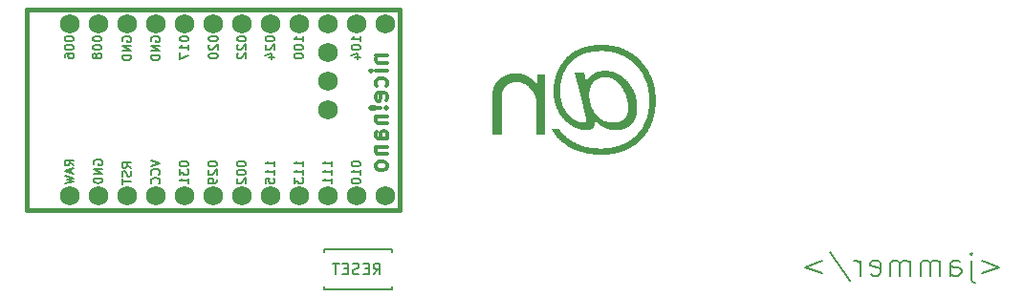
<source format=gbr>
%TF.GenerationSoftware,KiCad,Pcbnew,7.0.6-0*%
%TF.CreationDate,2024-10-24T11:02:24+08:00*%
%TF.ProjectId,kweba,6b776562-612e-46b6-9963-61645f706362,rev?*%
%TF.SameCoordinates,Original*%
%TF.FileFunction,Legend,Bot*%
%TF.FilePolarity,Positive*%
%FSLAX46Y46*%
G04 Gerber Fmt 4.6, Leading zero omitted, Abs format (unit mm)*
G04 Created by KiCad (PCBNEW 7.0.6-0) date 2024-10-24 11:02:24*
%MOMM*%
%LPD*%
G01*
G04 APERTURE LIST*
%ADD10C,0.150000*%
%ADD11C,0.800000*%
%ADD12C,0.300000*%
%ADD13C,0.381000*%
%ADD14C,1.752600*%
G04 APERTURE END LIST*
D10*
X-166348684Y-204814104D02*
X-164824874Y-205385533D01*
X-164824874Y-205385533D02*
X-166348684Y-205956961D01*
X-167301064Y-204814104D02*
X-167301064Y-206528390D01*
X-167301064Y-206528390D02*
X-167205826Y-206718866D01*
X-167205826Y-206718866D02*
X-167015350Y-206814104D01*
X-167015350Y-206814104D02*
X-166920112Y-206814104D01*
X-167301064Y-204147438D02*
X-167205826Y-204242676D01*
X-167205826Y-204242676D02*
X-167301064Y-204337914D01*
X-167301064Y-204337914D02*
X-167396302Y-204242676D01*
X-167396302Y-204242676D02*
X-167301064Y-204147438D01*
X-167301064Y-204147438D02*
X-167301064Y-204337914D01*
X-169110588Y-206147438D02*
X-169110588Y-205099819D01*
X-169110588Y-205099819D02*
X-169015350Y-204909342D01*
X-169015350Y-204909342D02*
X-168824874Y-204814104D01*
X-168824874Y-204814104D02*
X-168443921Y-204814104D01*
X-168443921Y-204814104D02*
X-168253445Y-204909342D01*
X-169110588Y-206052200D02*
X-168920112Y-206147438D01*
X-168920112Y-206147438D02*
X-168443921Y-206147438D01*
X-168443921Y-206147438D02*
X-168253445Y-206052200D01*
X-168253445Y-206052200D02*
X-168158207Y-205861723D01*
X-168158207Y-205861723D02*
X-168158207Y-205671247D01*
X-168158207Y-205671247D02*
X-168253445Y-205480771D01*
X-168253445Y-205480771D02*
X-168443921Y-205385533D01*
X-168443921Y-205385533D02*
X-168920112Y-205385533D01*
X-168920112Y-205385533D02*
X-169110588Y-205290295D01*
X-170062969Y-206147438D02*
X-170062969Y-204814104D01*
X-170062969Y-205004580D02*
X-170158207Y-204909342D01*
X-170158207Y-204909342D02*
X-170348683Y-204814104D01*
X-170348683Y-204814104D02*
X-170634398Y-204814104D01*
X-170634398Y-204814104D02*
X-170824874Y-204909342D01*
X-170824874Y-204909342D02*
X-170920112Y-205099819D01*
X-170920112Y-205099819D02*
X-170920112Y-206147438D01*
X-170920112Y-205099819D02*
X-171015350Y-204909342D01*
X-171015350Y-204909342D02*
X-171205826Y-204814104D01*
X-171205826Y-204814104D02*
X-171491540Y-204814104D01*
X-171491540Y-204814104D02*
X-171682017Y-204909342D01*
X-171682017Y-204909342D02*
X-171777255Y-205099819D01*
X-171777255Y-205099819D02*
X-171777255Y-206147438D01*
X-172729636Y-206147438D02*
X-172729636Y-204814104D01*
X-172729636Y-205004580D02*
X-172824874Y-204909342D01*
X-172824874Y-204909342D02*
X-173015350Y-204814104D01*
X-173015350Y-204814104D02*
X-173301065Y-204814104D01*
X-173301065Y-204814104D02*
X-173491541Y-204909342D01*
X-173491541Y-204909342D02*
X-173586779Y-205099819D01*
X-173586779Y-205099819D02*
X-173586779Y-206147438D01*
X-173586779Y-205099819D02*
X-173682017Y-204909342D01*
X-173682017Y-204909342D02*
X-173872493Y-204814104D01*
X-173872493Y-204814104D02*
X-174158207Y-204814104D01*
X-174158207Y-204814104D02*
X-174348684Y-204909342D01*
X-174348684Y-204909342D02*
X-174443922Y-205099819D01*
X-174443922Y-205099819D02*
X-174443922Y-206147438D01*
X-176158208Y-206052200D02*
X-175967732Y-206147438D01*
X-175967732Y-206147438D02*
X-175586779Y-206147438D01*
X-175586779Y-206147438D02*
X-175396303Y-206052200D01*
X-175396303Y-206052200D02*
X-175301065Y-205861723D01*
X-175301065Y-205861723D02*
X-175301065Y-205099819D01*
X-175301065Y-205099819D02*
X-175396303Y-204909342D01*
X-175396303Y-204909342D02*
X-175586779Y-204814104D01*
X-175586779Y-204814104D02*
X-175967732Y-204814104D01*
X-175967732Y-204814104D02*
X-176158208Y-204909342D01*
X-176158208Y-204909342D02*
X-176253446Y-205099819D01*
X-176253446Y-205099819D02*
X-176253446Y-205290295D01*
X-176253446Y-205290295D02*
X-175301065Y-205480771D01*
X-177110589Y-206147438D02*
X-177110589Y-204814104D01*
X-177110589Y-205195057D02*
X-177205827Y-205004580D01*
X-177205827Y-205004580D02*
X-177301065Y-204909342D01*
X-177301065Y-204909342D02*
X-177491541Y-204814104D01*
X-177491541Y-204814104D02*
X-177682018Y-204814104D01*
X-179777255Y-204052200D02*
X-178062970Y-206623628D01*
X-180443922Y-204814104D02*
X-181967732Y-205385533D01*
X-181967732Y-205385533D02*
X-180443922Y-205956961D01*
D11*
G36*
X-199923385Y-185698733D02*
G01*
X-199784825Y-185703086D01*
X-199648069Y-185710341D01*
X-199513117Y-185720497D01*
X-199379967Y-185733555D01*
X-199248621Y-185749515D01*
X-199119078Y-185768377D01*
X-198991338Y-185790141D01*
X-198865401Y-185814806D01*
X-198741267Y-185842373D01*
X-198618937Y-185872842D01*
X-198498410Y-185906213D01*
X-198379686Y-185942486D01*
X-198262765Y-185981660D01*
X-198147647Y-186023737D01*
X-198034333Y-186068715D01*
X-197922822Y-186116595D01*
X-197813114Y-186167376D01*
X-197705209Y-186221060D01*
X-197599108Y-186277645D01*
X-197494809Y-186337133D01*
X-197392314Y-186399522D01*
X-197291622Y-186464812D01*
X-197192733Y-186533005D01*
X-197095648Y-186604100D01*
X-197000365Y-186678096D01*
X-196906886Y-186754994D01*
X-196815210Y-186834794D01*
X-196725337Y-186917496D01*
X-196637268Y-187003099D01*
X-196551001Y-187091604D01*
X-196466538Y-187183012D01*
X-196390593Y-187268340D01*
X-196317060Y-187355064D01*
X-196245937Y-187443183D01*
X-196177225Y-187532699D01*
X-196110924Y-187623610D01*
X-196047034Y-187715917D01*
X-195985555Y-187809620D01*
X-195926487Y-187904719D01*
X-195869830Y-188001213D01*
X-195815583Y-188099104D01*
X-195763748Y-188198390D01*
X-195714324Y-188299072D01*
X-195667310Y-188401149D01*
X-195622708Y-188504623D01*
X-195580516Y-188609492D01*
X-195540736Y-188715758D01*
X-195503366Y-188823419D01*
X-195468407Y-188932475D01*
X-195435860Y-189042928D01*
X-195405723Y-189154777D01*
X-195377997Y-189268021D01*
X-195352682Y-189382661D01*
X-195329778Y-189498697D01*
X-195309285Y-189616128D01*
X-195291203Y-189734956D01*
X-195275532Y-189855179D01*
X-195262272Y-189976798D01*
X-195251422Y-190099813D01*
X-195242984Y-190224224D01*
X-195236957Y-190350030D01*
X-195233340Y-190477233D01*
X-195232135Y-190605831D01*
X-195233332Y-190733875D01*
X-195236923Y-190860483D01*
X-195242909Y-190985655D01*
X-195251289Y-191109391D01*
X-195262063Y-191231691D01*
X-195275231Y-191352556D01*
X-195290794Y-191471984D01*
X-195308751Y-191589977D01*
X-195329102Y-191706534D01*
X-195351847Y-191821655D01*
X-195376987Y-191935340D01*
X-195404521Y-192047589D01*
X-195434449Y-192158402D01*
X-195466771Y-192267779D01*
X-195501488Y-192375721D01*
X-195538599Y-192482227D01*
X-195578104Y-192587296D01*
X-195620003Y-192690930D01*
X-195664297Y-192793128D01*
X-195710984Y-192893890D01*
X-195760067Y-192993217D01*
X-195811543Y-193091107D01*
X-195865413Y-193187561D01*
X-195921678Y-193282580D01*
X-195980337Y-193376163D01*
X-196041391Y-193468309D01*
X-196104838Y-193559020D01*
X-196170680Y-193648295D01*
X-196238916Y-193736135D01*
X-196309546Y-193822538D01*
X-196382571Y-193907505D01*
X-196457990Y-193991037D01*
X-196541820Y-194079919D01*
X-196627470Y-194165980D01*
X-196714941Y-194249220D01*
X-196804231Y-194329638D01*
X-196895341Y-194407234D01*
X-196988271Y-194482008D01*
X-197083020Y-194553960D01*
X-197179590Y-194623091D01*
X-197277980Y-194689401D01*
X-197378189Y-194752888D01*
X-197480218Y-194813554D01*
X-197584068Y-194871399D01*
X-197689737Y-194926421D01*
X-197797226Y-194978622D01*
X-197906535Y-195028002D01*
X-198017663Y-195074559D01*
X-198130612Y-195118295D01*
X-198245381Y-195159209D01*
X-198361969Y-195197302D01*
X-198480378Y-195232573D01*
X-198600606Y-195265022D01*
X-198722654Y-195294650D01*
X-198846522Y-195321455D01*
X-198972210Y-195345440D01*
X-199099718Y-195366602D01*
X-199229046Y-195384943D01*
X-199360194Y-195400462D01*
X-199493161Y-195413160D01*
X-199627949Y-195423036D01*
X-199764556Y-195430090D01*
X-199902983Y-195434322D01*
X-200043230Y-195435733D01*
X-200177816Y-195434484D01*
X-200311012Y-195430738D01*
X-200442819Y-195424493D01*
X-200573237Y-195415751D01*
X-200702266Y-195404511D01*
X-200829906Y-195390773D01*
X-200956157Y-195374538D01*
X-201081018Y-195355805D01*
X-201204491Y-195334574D01*
X-201326574Y-195310845D01*
X-201447268Y-195284618D01*
X-201566573Y-195255894D01*
X-201684489Y-195224672D01*
X-201801016Y-195190952D01*
X-201916153Y-195154735D01*
X-202029902Y-195116019D01*
X-202118098Y-195085191D01*
X-202205734Y-195052547D01*
X-202292808Y-195018086D01*
X-202379322Y-194981808D01*
X-202465274Y-194943714D01*
X-202550666Y-194903803D01*
X-202635496Y-194862075D01*
X-202719766Y-194818532D01*
X-202803474Y-194773171D01*
X-202886622Y-194725994D01*
X-202969208Y-194677000D01*
X-203051234Y-194626190D01*
X-203132698Y-194573564D01*
X-203213602Y-194519120D01*
X-203293944Y-194462861D01*
X-203373726Y-194404784D01*
X-203394977Y-194391000D01*
X-203457288Y-194348364D01*
X-203517434Y-194303805D01*
X-203575417Y-194257323D01*
X-203631236Y-194208917D01*
X-203684891Y-194158587D01*
X-203702376Y-194141437D01*
X-203754348Y-194089345D01*
X-203805599Y-194036290D01*
X-203856128Y-193982275D01*
X-203905937Y-193927297D01*
X-203955024Y-193871358D01*
X-203989966Y-193828402D01*
X-204033163Y-193773424D01*
X-204078977Y-193713211D01*
X-204120331Y-193657432D01*
X-204163607Y-193597806D01*
X-204171162Y-193587316D01*
X-204211192Y-193531107D01*
X-204254978Y-193468638D01*
X-204302520Y-193399908D01*
X-204343259Y-193340416D01*
X-204386403Y-193276916D01*
X-204431950Y-193209410D01*
X-204479902Y-193137897D01*
X-203789183Y-193137897D01*
X-203715546Y-193227676D01*
X-203642095Y-193314503D01*
X-203568832Y-193398379D01*
X-203495756Y-193479302D01*
X-203422866Y-193557274D01*
X-203350164Y-193632294D01*
X-203277649Y-193704362D01*
X-203205321Y-193773477D01*
X-203133179Y-193839642D01*
X-203061225Y-193902854D01*
X-202989458Y-193963114D01*
X-202917877Y-194020422D01*
X-202846484Y-194074779D01*
X-202775278Y-194126183D01*
X-202704258Y-194174636D01*
X-202633426Y-194220137D01*
X-202566888Y-194261265D01*
X-202499562Y-194301087D01*
X-202431448Y-194339604D01*
X-202362545Y-194376815D01*
X-202292855Y-194412720D01*
X-202222377Y-194447320D01*
X-202151110Y-194480614D01*
X-202079056Y-194512602D01*
X-202006213Y-194543285D01*
X-201932582Y-194572662D01*
X-201858164Y-194600733D01*
X-201782957Y-194627499D01*
X-201706962Y-194652959D01*
X-201630179Y-194677114D01*
X-201552608Y-194699963D01*
X-201474249Y-194721506D01*
X-201395102Y-194741744D01*
X-201315167Y-194760676D01*
X-201234444Y-194778302D01*
X-201152933Y-194794622D01*
X-201070633Y-194809637D01*
X-200987546Y-194823347D01*
X-200903670Y-194835750D01*
X-200819007Y-194846848D01*
X-200733555Y-194856641D01*
X-200647316Y-194865128D01*
X-200560288Y-194872309D01*
X-200472472Y-194878184D01*
X-200383868Y-194882754D01*
X-200294476Y-194886018D01*
X-200204296Y-194887976D01*
X-200113328Y-194888629D01*
X-199988164Y-194887432D01*
X-199864640Y-194883841D01*
X-199742756Y-194877855D01*
X-199622511Y-194869475D01*
X-199503905Y-194858701D01*
X-199386939Y-194845533D01*
X-199271613Y-194829970D01*
X-199157926Y-194812013D01*
X-199045879Y-194791662D01*
X-198935472Y-194768917D01*
X-198826704Y-194743777D01*
X-198719575Y-194716243D01*
X-198614087Y-194686315D01*
X-198510237Y-194653993D01*
X-198408028Y-194619276D01*
X-198307458Y-194582166D01*
X-198208527Y-194542660D01*
X-198111236Y-194500761D01*
X-198015585Y-194456468D01*
X-197921573Y-194409780D01*
X-197829201Y-194360698D01*
X-197738468Y-194309221D01*
X-197649375Y-194255351D01*
X-197561922Y-194199086D01*
X-197476108Y-194140427D01*
X-197391933Y-194079374D01*
X-197309399Y-194015926D01*
X-197228503Y-193950084D01*
X-197149248Y-193881848D01*
X-197071632Y-193811218D01*
X-196995655Y-193738193D01*
X-196921318Y-193662774D01*
X-196852000Y-193588387D01*
X-196784883Y-193512688D01*
X-196719966Y-193435676D01*
X-196657250Y-193357353D01*
X-196596734Y-193277716D01*
X-196538419Y-193196768D01*
X-196482305Y-193114507D01*
X-196428391Y-193030933D01*
X-196376677Y-192946048D01*
X-196327164Y-192859850D01*
X-196279852Y-192772340D01*
X-196234740Y-192683517D01*
X-196191829Y-192593382D01*
X-196151119Y-192501935D01*
X-196112609Y-192409175D01*
X-196076299Y-192315103D01*
X-196042190Y-192219719D01*
X-196010282Y-192123023D01*
X-195980574Y-192025014D01*
X-195953067Y-191925693D01*
X-195927761Y-191825059D01*
X-195904655Y-191723113D01*
X-195883749Y-191619855D01*
X-195865044Y-191515284D01*
X-195848540Y-191409402D01*
X-195834236Y-191302206D01*
X-195822133Y-191193699D01*
X-195812231Y-191083879D01*
X-195804529Y-190972747D01*
X-195799027Y-190860302D01*
X-195795726Y-190746546D01*
X-195794626Y-190631476D01*
X-195795746Y-190515614D01*
X-195799107Y-190400974D01*
X-195804709Y-190287556D01*
X-195812551Y-190175361D01*
X-195822634Y-190064387D01*
X-195834958Y-189954636D01*
X-195849522Y-189846106D01*
X-195866327Y-189738799D01*
X-195885372Y-189632714D01*
X-195906658Y-189527852D01*
X-195930185Y-189424211D01*
X-195955952Y-189321793D01*
X-195983960Y-189220597D01*
X-196014209Y-189120623D01*
X-196046698Y-189021871D01*
X-196081428Y-188924341D01*
X-196118399Y-188828034D01*
X-196157610Y-188732948D01*
X-196199062Y-188639085D01*
X-196242755Y-188546444D01*
X-196288688Y-188455025D01*
X-196336861Y-188364828D01*
X-196387276Y-188275854D01*
X-196439931Y-188188102D01*
X-196494827Y-188101571D01*
X-196551963Y-188016263D01*
X-196611340Y-187932177D01*
X-196672958Y-187849314D01*
X-196736816Y-187767672D01*
X-196802915Y-187687253D01*
X-196871255Y-187608056D01*
X-196941835Y-187530081D01*
X-197017222Y-187450980D01*
X-197093998Y-187374391D01*
X-197172163Y-187300313D01*
X-197251718Y-187228746D01*
X-197332662Y-187159690D01*
X-197414994Y-187093146D01*
X-197498716Y-187029112D01*
X-197583827Y-186967589D01*
X-197670327Y-186908578D01*
X-197758217Y-186852078D01*
X-197847495Y-186798089D01*
X-197938162Y-186746611D01*
X-198030219Y-186697644D01*
X-198123665Y-186651188D01*
X-198218500Y-186607243D01*
X-198314724Y-186565810D01*
X-198412337Y-186526888D01*
X-198511339Y-186490476D01*
X-198611731Y-186456576D01*
X-198713511Y-186425187D01*
X-198816681Y-186396309D01*
X-198921240Y-186369942D01*
X-199027188Y-186346087D01*
X-199134525Y-186324742D01*
X-199243251Y-186305909D01*
X-199353367Y-186289587D01*
X-199464871Y-186275775D01*
X-199577765Y-186264475D01*
X-199692047Y-186255686D01*
X-199807719Y-186249409D01*
X-199924780Y-186245642D01*
X-200043230Y-186244386D01*
X-200136254Y-186245066D01*
X-200228112Y-186247105D01*
X-200318804Y-186250502D01*
X-200408332Y-186255259D01*
X-200496693Y-186261375D01*
X-200583890Y-186268850D01*
X-200669921Y-186277684D01*
X-200754786Y-186287877D01*
X-200838486Y-186299429D01*
X-200921021Y-186312340D01*
X-201002391Y-186326611D01*
X-201082594Y-186342240D01*
X-201161633Y-186359228D01*
X-201239506Y-186377576D01*
X-201316214Y-186397283D01*
X-201391756Y-186418348D01*
X-201466133Y-186440773D01*
X-201539345Y-186464557D01*
X-201611391Y-186489700D01*
X-201682272Y-186516202D01*
X-201751987Y-186544063D01*
X-201820537Y-186573283D01*
X-201887922Y-186603863D01*
X-201954141Y-186635801D01*
X-202019194Y-186669098D01*
X-202083083Y-186703755D01*
X-202145806Y-186739770D01*
X-202207363Y-186777145D01*
X-202267755Y-186815879D01*
X-202326982Y-186855971D01*
X-202385044Y-186897423D01*
X-202441939Y-186940234D01*
X-202527732Y-187009557D01*
X-202610719Y-187082033D01*
X-202690901Y-187157660D01*
X-202768278Y-187236440D01*
X-202842851Y-187318372D01*
X-202914618Y-187403456D01*
X-202983580Y-187491693D01*
X-203049738Y-187583081D01*
X-203113090Y-187677623D01*
X-203173638Y-187775316D01*
X-203231380Y-187876161D01*
X-203286318Y-187980159D01*
X-203338450Y-188087309D01*
X-203387778Y-188197612D01*
X-203434300Y-188311066D01*
X-203478018Y-188427673D01*
X-203504091Y-188508243D01*
X-203528454Y-188589240D01*
X-203551107Y-188670664D01*
X-203572051Y-188752516D01*
X-203591285Y-188834796D01*
X-203608810Y-188917502D01*
X-203624624Y-189000636D01*
X-203638729Y-189084198D01*
X-203641990Y-189105070D01*
X-203653998Y-189189259D01*
X-203664350Y-189274571D01*
X-203673045Y-189361004D01*
X-203680084Y-189448559D01*
X-203685467Y-189537237D01*
X-203689194Y-189627036D01*
X-203691264Y-189717957D01*
X-203691730Y-189786885D01*
X-203690965Y-189866068D01*
X-203688671Y-189944404D01*
X-203684848Y-190021892D01*
X-203679495Y-190098531D01*
X-203672613Y-190174322D01*
X-203664201Y-190249265D01*
X-203654260Y-190323360D01*
X-203642790Y-190396606D01*
X-203629790Y-190469005D01*
X-203615261Y-190540555D01*
X-203599203Y-190611257D01*
X-203581615Y-190681111D01*
X-203562498Y-190750117D01*
X-203541851Y-190818274D01*
X-203519675Y-190885584D01*
X-203495969Y-190952045D01*
X-203470735Y-191017658D01*
X-203443971Y-191082423D01*
X-203415677Y-191146340D01*
X-203385854Y-191209408D01*
X-203354502Y-191271629D01*
X-203321620Y-191333001D01*
X-203287209Y-191393525D01*
X-203251269Y-191453201D01*
X-203213799Y-191512029D01*
X-203174800Y-191570008D01*
X-203134271Y-191627140D01*
X-203092213Y-191683423D01*
X-203048626Y-191738858D01*
X-203003509Y-191793445D01*
X-202956863Y-191847183D01*
X-202908688Y-191900074D01*
X-202825680Y-191983715D01*
X-202742499Y-192061961D01*
X-202659145Y-192134810D01*
X-202575617Y-192202263D01*
X-202491915Y-192264320D01*
X-202408039Y-192320981D01*
X-202323990Y-192372245D01*
X-202239767Y-192418113D01*
X-202155371Y-192458585D01*
X-202070801Y-192493660D01*
X-201986057Y-192523340D01*
X-201901140Y-192547623D01*
X-201816049Y-192566509D01*
X-201730784Y-192580000D01*
X-201645346Y-192588094D01*
X-201559734Y-192590793D01*
X-201548548Y-192590639D01*
X-201478096Y-192580962D01*
X-201414410Y-192551469D01*
X-201375140Y-192505488D01*
X-201359699Y-192435210D01*
X-201387055Y-192238594D01*
X-201907552Y-190099760D01*
X-201111793Y-190099760D01*
X-201109609Y-190216908D01*
X-201103057Y-190332413D01*
X-201092138Y-190446275D01*
X-201076851Y-190558494D01*
X-201057196Y-190669070D01*
X-201033173Y-190778003D01*
X-201004783Y-190885293D01*
X-200972025Y-190990941D01*
X-200934899Y-191094945D01*
X-200893405Y-191197307D01*
X-200847544Y-191298026D01*
X-200797315Y-191397101D01*
X-200742718Y-191494534D01*
X-200683754Y-191590324D01*
X-200620421Y-191684471D01*
X-200552721Y-191776975D01*
X-200474569Y-191875524D01*
X-200393986Y-191967714D01*
X-200310972Y-192053546D01*
X-200225527Y-192133020D01*
X-200137651Y-192206137D01*
X-200047344Y-192272895D01*
X-199954607Y-192333296D01*
X-199859438Y-192387338D01*
X-199761838Y-192435023D01*
X-199661807Y-192476350D01*
X-199559345Y-192511318D01*
X-199454453Y-192539929D01*
X-199347129Y-192562182D01*
X-199237374Y-192578077D01*
X-199125188Y-192587614D01*
X-199010572Y-192590793D01*
X-198970997Y-192590472D01*
X-198893539Y-192587907D01*
X-198818339Y-192582778D01*
X-198745396Y-192575085D01*
X-198674711Y-192564826D01*
X-198606283Y-192552004D01*
X-198507873Y-192527961D01*
X-198414543Y-192498148D01*
X-198326291Y-192462565D01*
X-198243118Y-192421212D01*
X-198165025Y-192374088D01*
X-198092010Y-192321194D01*
X-198024075Y-192262530D01*
X-198002617Y-192241646D01*
X-197942330Y-192174587D01*
X-197888174Y-192100917D01*
X-197840149Y-192020634D01*
X-197798254Y-191933740D01*
X-197762491Y-191840234D01*
X-197742055Y-191774224D01*
X-197724343Y-191705275D01*
X-197709357Y-191633387D01*
X-197697095Y-191558561D01*
X-197687558Y-191480797D01*
X-197680746Y-191400093D01*
X-197676658Y-191316452D01*
X-197675296Y-191229871D01*
X-197677226Y-191120284D01*
X-197683016Y-191011217D01*
X-197692667Y-190902671D01*
X-197706178Y-190794646D01*
X-197723548Y-190687142D01*
X-197744779Y-190580159D01*
X-197769871Y-190473696D01*
X-197798822Y-190367755D01*
X-197831633Y-190262335D01*
X-197868305Y-190157435D01*
X-197908837Y-190053057D01*
X-197953229Y-189949199D01*
X-198001481Y-189845863D01*
X-198053594Y-189743047D01*
X-198109567Y-189640752D01*
X-198169399Y-189538978D01*
X-198207595Y-189477654D01*
X-198246530Y-189418277D01*
X-198286202Y-189360847D01*
X-198326612Y-189305364D01*
X-198409646Y-189200237D01*
X-198495631Y-189102898D01*
X-198584569Y-189013346D01*
X-198676459Y-188931581D01*
X-198771301Y-188857603D01*
X-198869094Y-188791412D01*
X-198969839Y-188733008D01*
X-199073537Y-188682392D01*
X-199180186Y-188639562D01*
X-199289787Y-188604520D01*
X-199402340Y-188577265D01*
X-199517845Y-188557797D01*
X-199636302Y-188546117D01*
X-199757711Y-188542223D01*
X-199831241Y-188543913D01*
X-199903089Y-188548982D01*
X-199973253Y-188557430D01*
X-200041734Y-188569258D01*
X-200141301Y-188593335D01*
X-200237081Y-188625017D01*
X-200329074Y-188664301D01*
X-200417281Y-188711190D01*
X-200501701Y-188765681D01*
X-200582334Y-188827776D01*
X-200633985Y-188873397D01*
X-200683954Y-188922398D01*
X-200732240Y-188974777D01*
X-200778201Y-189030463D01*
X-200821197Y-189088098D01*
X-200861228Y-189147684D01*
X-200898294Y-189209220D01*
X-200932395Y-189272706D01*
X-200963530Y-189338142D01*
X-200991700Y-189405528D01*
X-201016905Y-189474864D01*
X-201039144Y-189546151D01*
X-201058418Y-189619387D01*
X-201074727Y-189694574D01*
X-201088071Y-189771711D01*
X-201098449Y-189850798D01*
X-201105862Y-189931835D01*
X-201110310Y-190014822D01*
X-201111793Y-190099760D01*
X-201907552Y-190099760D01*
X-202388939Y-188121637D01*
X-201573412Y-188121637D01*
X-201407571Y-188926906D01*
X-201375694Y-188873758D01*
X-201325350Y-188796691D01*
X-201271970Y-188722810D01*
X-201215555Y-188652115D01*
X-201156105Y-188584605D01*
X-201093619Y-188520281D01*
X-201028098Y-188459142D01*
X-200959541Y-188401190D01*
X-200887949Y-188346422D01*
X-200813322Y-188294841D01*
X-200735659Y-188246445D01*
X-200682471Y-188216011D01*
X-200600386Y-188174042D01*
X-200515535Y-188136490D01*
X-200427920Y-188103356D01*
X-200337539Y-188074640D01*
X-200244394Y-188050342D01*
X-200148484Y-188030462D01*
X-200049809Y-188014999D01*
X-199948369Y-188003955D01*
X-199879206Y-187999046D01*
X-199808815Y-187996101D01*
X-199737194Y-187995119D01*
X-199663475Y-187996047D01*
X-199590420Y-187998832D01*
X-199518030Y-188003474D01*
X-199446305Y-188009972D01*
X-199375244Y-188018327D01*
X-199304847Y-188028538D01*
X-199235115Y-188040607D01*
X-199166048Y-188054531D01*
X-199097645Y-188070313D01*
X-199029906Y-188087950D01*
X-198962832Y-188107445D01*
X-198896423Y-188128796D01*
X-198830678Y-188152004D01*
X-198765597Y-188177069D01*
X-198701181Y-188203990D01*
X-198637430Y-188232767D01*
X-198574343Y-188263402D01*
X-198511920Y-188295893D01*
X-198450162Y-188330240D01*
X-198389069Y-188366445D01*
X-198328640Y-188404505D01*
X-198268876Y-188444423D01*
X-198209776Y-188486197D01*
X-198151341Y-188529828D01*
X-198093570Y-188575315D01*
X-198036464Y-188622659D01*
X-197980022Y-188671860D01*
X-197924244Y-188722917D01*
X-197869132Y-188775831D01*
X-197814683Y-188830601D01*
X-197760900Y-188887229D01*
X-197707780Y-188945712D01*
X-197656029Y-189005892D01*
X-197605920Y-189066754D01*
X-197557454Y-189128296D01*
X-197510631Y-189190520D01*
X-197465450Y-189253425D01*
X-197421913Y-189317011D01*
X-197380019Y-189381278D01*
X-197339767Y-189446227D01*
X-197301159Y-189511857D01*
X-197264193Y-189578168D01*
X-197228871Y-189645160D01*
X-197195191Y-189712833D01*
X-197163154Y-189781188D01*
X-197132760Y-189850224D01*
X-197104009Y-189919941D01*
X-197076901Y-189990339D01*
X-197051436Y-190061418D01*
X-197027614Y-190133179D01*
X-197005434Y-190205621D01*
X-196984898Y-190278744D01*
X-196966004Y-190352548D01*
X-196948754Y-190427034D01*
X-196933146Y-190502200D01*
X-196919181Y-190578048D01*
X-196906859Y-190654577D01*
X-196896180Y-190731788D01*
X-196887144Y-190809679D01*
X-196879751Y-190888252D01*
X-196874001Y-190967506D01*
X-196869894Y-191047441D01*
X-196867429Y-191128057D01*
X-196866608Y-191209355D01*
X-196868592Y-191327204D01*
X-196874542Y-191441821D01*
X-196884460Y-191553205D01*
X-196898344Y-191661357D01*
X-196916196Y-191766276D01*
X-196938015Y-191867963D01*
X-196963800Y-191966418D01*
X-196993553Y-192061640D01*
X-197027273Y-192153630D01*
X-197064960Y-192242388D01*
X-197106614Y-192327913D01*
X-197152235Y-192410205D01*
X-197201823Y-192489266D01*
X-197255378Y-192565094D01*
X-197312900Y-192637689D01*
X-197374389Y-192707052D01*
X-197439591Y-192772475D01*
X-197508253Y-192833677D01*
X-197580374Y-192890658D01*
X-197655955Y-192943418D01*
X-197734995Y-192991958D01*
X-197817495Y-193036276D01*
X-197903454Y-193076374D01*
X-197992873Y-193112251D01*
X-198085751Y-193143907D01*
X-198182089Y-193171343D01*
X-198281886Y-193194557D01*
X-198385142Y-193213551D01*
X-198491858Y-193228324D01*
X-198602034Y-193238876D01*
X-198715669Y-193245207D01*
X-198832763Y-193247317D01*
X-198915864Y-193245661D01*
X-198998470Y-193240692D01*
X-199080583Y-193232411D01*
X-199162201Y-193220817D01*
X-199243325Y-193205911D01*
X-199323954Y-193187692D01*
X-199404090Y-193166160D01*
X-199483731Y-193141316D01*
X-199562878Y-193113159D01*
X-199641531Y-193081690D01*
X-199719690Y-193046908D01*
X-199797354Y-193008814D01*
X-199874525Y-192967407D01*
X-199951201Y-192922688D01*
X-200027382Y-192874656D01*
X-200103070Y-192823312D01*
X-200125643Y-192807196D01*
X-200181376Y-192766149D01*
X-200236106Y-192724016D01*
X-200289835Y-192680797D01*
X-200342562Y-192636494D01*
X-200394287Y-192591105D01*
X-200445010Y-192544631D01*
X-200464885Y-192525704D01*
X-200521946Y-192467480D01*
X-200575161Y-192407093D01*
X-200624528Y-192344542D01*
X-200649663Y-192308809D01*
X-200643335Y-192341176D01*
X-200640129Y-192368879D01*
X-200633985Y-192441174D01*
X-200630739Y-192509951D01*
X-200629658Y-192582244D01*
X-200632516Y-192664523D01*
X-200641091Y-192741246D01*
X-200655383Y-192812412D01*
X-200681287Y-192893556D01*
X-200716124Y-192966018D01*
X-200759894Y-193029798D01*
X-200812595Y-193084896D01*
X-200824285Y-193094889D01*
X-200887188Y-193140094D01*
X-200957521Y-193177368D01*
X-201035284Y-193206712D01*
X-201102844Y-193224477D01*
X-201175159Y-193237166D01*
X-201252229Y-193244779D01*
X-201334054Y-193247317D01*
X-201403574Y-193246414D01*
X-201472580Y-193243704D01*
X-201541071Y-193239188D01*
X-201676512Y-193224736D01*
X-201809895Y-193203057D01*
X-201941221Y-193174153D01*
X-202070490Y-193138022D01*
X-202197703Y-193094665D01*
X-202322858Y-193044082D01*
X-202445957Y-192986273D01*
X-202506734Y-192954658D01*
X-202566998Y-192921237D01*
X-202626747Y-192886010D01*
X-202685982Y-192848976D01*
X-202744703Y-192810135D01*
X-202802910Y-192769488D01*
X-202860602Y-192727034D01*
X-202917780Y-192682774D01*
X-202974444Y-192636707D01*
X-203030594Y-192588834D01*
X-203086229Y-192539154D01*
X-203141350Y-192487668D01*
X-203195957Y-192434375D01*
X-203250050Y-192379276D01*
X-203303628Y-192322370D01*
X-203362743Y-192259204D01*
X-203419981Y-192194944D01*
X-203475343Y-192129588D01*
X-203528828Y-192063136D01*
X-203580436Y-191995590D01*
X-203630168Y-191926948D01*
X-203678022Y-191857211D01*
X-203724001Y-191786379D01*
X-203768102Y-191714451D01*
X-203810327Y-191641428D01*
X-203850675Y-191567310D01*
X-203889147Y-191492097D01*
X-203925742Y-191415788D01*
X-203960460Y-191338384D01*
X-203993302Y-191259885D01*
X-204024267Y-191180290D01*
X-204053355Y-191099600D01*
X-204080567Y-191017815D01*
X-204105902Y-190934935D01*
X-204129360Y-190850959D01*
X-204150942Y-190765888D01*
X-204170646Y-190679722D01*
X-204188475Y-190592461D01*
X-204204426Y-190504104D01*
X-204218501Y-190414652D01*
X-204230700Y-190324104D01*
X-204241021Y-190232462D01*
X-204249466Y-190139724D01*
X-204256035Y-190045891D01*
X-204260726Y-189950962D01*
X-204263541Y-189854939D01*
X-204264480Y-189757820D01*
X-204263593Y-189659555D01*
X-204260933Y-189562233D01*
X-204256500Y-189465852D01*
X-204250294Y-189370412D01*
X-204242315Y-189275915D01*
X-204232563Y-189182359D01*
X-204221038Y-189089744D01*
X-204207739Y-188998072D01*
X-204192667Y-188907341D01*
X-204175822Y-188817552D01*
X-204157204Y-188728704D01*
X-204136813Y-188640798D01*
X-204114649Y-188553834D01*
X-204090711Y-188467811D01*
X-204065001Y-188382730D01*
X-204037517Y-188298591D01*
X-204008260Y-188215393D01*
X-203977230Y-188133137D01*
X-203944427Y-188051823D01*
X-203909850Y-187971450D01*
X-203873501Y-187892020D01*
X-203835378Y-187813530D01*
X-203795483Y-187735983D01*
X-203753814Y-187659377D01*
X-203710372Y-187583713D01*
X-203665156Y-187508990D01*
X-203618168Y-187435209D01*
X-203569406Y-187362370D01*
X-203518872Y-187290472D01*
X-203466564Y-187219516D01*
X-203412483Y-187149502D01*
X-203356629Y-187080430D01*
X-203284989Y-186995334D01*
X-203211331Y-186912939D01*
X-203135657Y-186833246D01*
X-203057966Y-186756255D01*
X-202978258Y-186681964D01*
X-202896533Y-186610376D01*
X-202812791Y-186541489D01*
X-202727032Y-186475303D01*
X-202639256Y-186411818D01*
X-202549464Y-186351036D01*
X-202457654Y-186292954D01*
X-202363828Y-186237574D01*
X-202267984Y-186184896D01*
X-202170124Y-186134919D01*
X-202070247Y-186087643D01*
X-201968353Y-186043069D01*
X-201864442Y-186001197D01*
X-201758514Y-185962025D01*
X-201650569Y-185925556D01*
X-201540607Y-185891788D01*
X-201428628Y-185860721D01*
X-201314633Y-185832355D01*
X-201198620Y-185806692D01*
X-201080591Y-185783729D01*
X-200960545Y-185763468D01*
X-200838481Y-185745909D01*
X-200714401Y-185731051D01*
X-200588304Y-185718894D01*
X-200460190Y-185709439D01*
X-200330059Y-185702685D01*
X-200197912Y-185698633D01*
X-200063747Y-185697282D01*
X-199923385Y-185698733D01*
G37*
G36*
X-209682519Y-190121986D02*
G01*
X-209682519Y-193685001D01*
X-208863572Y-193685001D01*
X-208863572Y-190185245D01*
X-208860191Y-190089094D01*
X-208850048Y-189996189D01*
X-208833143Y-189906530D01*
X-208809476Y-189820117D01*
X-208779047Y-189736949D01*
X-208741856Y-189657028D01*
X-208697904Y-189580352D01*
X-208647189Y-189506921D01*
X-208589712Y-189436737D01*
X-208525473Y-189369798D01*
X-208478890Y-189326975D01*
X-208404768Y-189264950D01*
X-208327942Y-189209026D01*
X-208248411Y-189159203D01*
X-208166175Y-189115480D01*
X-208081234Y-189077858D01*
X-207993589Y-189046337D01*
X-207903239Y-189020917D01*
X-207810184Y-189001598D01*
X-207714424Y-188988380D01*
X-207615959Y-188981262D01*
X-207548813Y-188979906D01*
X-207459188Y-188982237D01*
X-207371111Y-188989229D01*
X-207284584Y-189000884D01*
X-207199607Y-189017199D01*
X-207116179Y-189038176D01*
X-207034300Y-189063815D01*
X-206953971Y-189094116D01*
X-206875191Y-189129078D01*
X-206797961Y-189168701D01*
X-206722280Y-189212986D01*
X-206648149Y-189261933D01*
X-206575566Y-189315542D01*
X-206504534Y-189373812D01*
X-206435051Y-189436743D01*
X-206367117Y-189504337D01*
X-206300732Y-189576592D01*
X-206236759Y-189653268D01*
X-206176913Y-189731132D01*
X-206121194Y-189810186D01*
X-206069602Y-189890428D01*
X-206022138Y-189971859D01*
X-205978801Y-190054479D01*
X-205939592Y-190138288D01*
X-205904509Y-190223286D01*
X-205873554Y-190309472D01*
X-205846727Y-190396847D01*
X-205824026Y-190485411D01*
X-205805454Y-190575163D01*
X-205791008Y-190666105D01*
X-205780690Y-190758235D01*
X-205774499Y-190851554D01*
X-205772435Y-190946061D01*
X-205772435Y-193685001D01*
X-204992812Y-193685001D01*
X-204992812Y-188331930D01*
X-205721144Y-188331930D01*
X-205746789Y-189191909D01*
X-205793726Y-189125551D01*
X-205846486Y-189058980D01*
X-205905070Y-188992195D01*
X-205952830Y-188941966D01*
X-206003866Y-188891616D01*
X-206058177Y-188841147D01*
X-206115764Y-188790557D01*
X-206176627Y-188739847D01*
X-206240766Y-188689017D01*
X-206285345Y-188655063D01*
X-206360311Y-188601649D01*
X-206436466Y-188551680D01*
X-206513810Y-188505157D01*
X-206592343Y-188462081D01*
X-206672064Y-188422451D01*
X-206752975Y-188386266D01*
X-206835074Y-188353528D01*
X-206918361Y-188324236D01*
X-207002838Y-188298391D01*
X-207088503Y-188275991D01*
X-207175357Y-188257037D01*
X-207263400Y-188241530D01*
X-207352632Y-188229468D01*
X-207443052Y-188220853D01*
X-207534661Y-188215684D01*
X-207627459Y-188213961D01*
X-207734923Y-188216004D01*
X-207840183Y-188222135D01*
X-207943240Y-188232353D01*
X-208044092Y-188246659D01*
X-208142740Y-188265051D01*
X-208239185Y-188287531D01*
X-208333425Y-188314098D01*
X-208425462Y-188344753D01*
X-208515295Y-188379494D01*
X-208602923Y-188418323D01*
X-208688348Y-188461239D01*
X-208771569Y-188508243D01*
X-208852586Y-188559333D01*
X-208931399Y-188614511D01*
X-209008009Y-188673777D01*
X-209082414Y-188737129D01*
X-209155083Y-188803046D01*
X-209223064Y-188871714D01*
X-209286356Y-188943134D01*
X-209344960Y-189017306D01*
X-209398875Y-189094229D01*
X-209448103Y-189173904D01*
X-209492642Y-189256330D01*
X-209532493Y-189341508D01*
X-209567655Y-189429437D01*
X-209598129Y-189520118D01*
X-209623915Y-189613550D01*
X-209645012Y-189709734D01*
X-209661421Y-189808670D01*
X-209673142Y-189910357D01*
X-209680175Y-190014796D01*
X-209682519Y-190121986D01*
G37*
D10*
X-222170954Y-196187191D02*
X-222170954Y-196263381D01*
X-222170954Y-196263381D02*
X-222132859Y-196339572D01*
X-222132859Y-196339572D02*
X-222094764Y-196377667D01*
X-222094764Y-196377667D02*
X-222018573Y-196415762D01*
X-222018573Y-196415762D02*
X-221866192Y-196453857D01*
X-221866192Y-196453857D02*
X-221675716Y-196453857D01*
X-221675716Y-196453857D02*
X-221523335Y-196415762D01*
X-221523335Y-196415762D02*
X-221447145Y-196377667D01*
X-221447145Y-196377667D02*
X-221409050Y-196339572D01*
X-221409050Y-196339572D02*
X-221370954Y-196263381D01*
X-221370954Y-196263381D02*
X-221370954Y-196187191D01*
X-221370954Y-196187191D02*
X-221409050Y-196111000D01*
X-221409050Y-196111000D02*
X-221447145Y-196072905D01*
X-221447145Y-196072905D02*
X-221523335Y-196034810D01*
X-221523335Y-196034810D02*
X-221675716Y-195996714D01*
X-221675716Y-195996714D02*
X-221866192Y-195996714D01*
X-221866192Y-195996714D02*
X-222018573Y-196034810D01*
X-222018573Y-196034810D02*
X-222094764Y-196072905D01*
X-222094764Y-196072905D02*
X-222132859Y-196111000D01*
X-222132859Y-196111000D02*
X-222170954Y-196187191D01*
X-221370954Y-197215762D02*
X-221370954Y-196758619D01*
X-221370954Y-196987191D02*
X-222170954Y-196987191D01*
X-222170954Y-196987191D02*
X-222056669Y-196911000D01*
X-222056669Y-196911000D02*
X-221980478Y-196834810D01*
X-221980478Y-196834810D02*
X-221942383Y-196758619D01*
X-222170954Y-197711001D02*
X-222170954Y-197787191D01*
X-222170954Y-197787191D02*
X-222132859Y-197863382D01*
X-222132859Y-197863382D02*
X-222094764Y-197901477D01*
X-222094764Y-197901477D02*
X-222018573Y-197939572D01*
X-222018573Y-197939572D02*
X-221866192Y-197977667D01*
X-221866192Y-197977667D02*
X-221675716Y-197977667D01*
X-221675716Y-197977667D02*
X-221523335Y-197939572D01*
X-221523335Y-197939572D02*
X-221447145Y-197901477D01*
X-221447145Y-197901477D02*
X-221409050Y-197863382D01*
X-221409050Y-197863382D02*
X-221370954Y-197787191D01*
X-221370954Y-197787191D02*
X-221370954Y-197711001D01*
X-221370954Y-197711001D02*
X-221409050Y-197634810D01*
X-221409050Y-197634810D02*
X-221447145Y-197596715D01*
X-221447145Y-197596715D02*
X-221523335Y-197558620D01*
X-221523335Y-197558620D02*
X-221675716Y-197520524D01*
X-221675716Y-197520524D02*
X-221866192Y-197520524D01*
X-221866192Y-197520524D02*
X-222018573Y-197558620D01*
X-222018573Y-197558620D02*
X-222094764Y-197596715D01*
X-222094764Y-197596715D02*
X-222132859Y-197634810D01*
X-222132859Y-197634810D02*
X-222170954Y-197711001D01*
X-241690954Y-196599905D02*
X-242071907Y-196333238D01*
X-241690954Y-196142762D02*
X-242490954Y-196142762D01*
X-242490954Y-196142762D02*
X-242490954Y-196447524D01*
X-242490954Y-196447524D02*
X-242452859Y-196523714D01*
X-242452859Y-196523714D02*
X-242414764Y-196561809D01*
X-242414764Y-196561809D02*
X-242338573Y-196599905D01*
X-242338573Y-196599905D02*
X-242224288Y-196599905D01*
X-242224288Y-196599905D02*
X-242148097Y-196561809D01*
X-242148097Y-196561809D02*
X-242110002Y-196523714D01*
X-242110002Y-196523714D02*
X-242071907Y-196447524D01*
X-242071907Y-196447524D02*
X-242071907Y-196142762D01*
X-241729050Y-196904666D02*
X-241690954Y-197018952D01*
X-241690954Y-197018952D02*
X-241690954Y-197209428D01*
X-241690954Y-197209428D02*
X-241729050Y-197285619D01*
X-241729050Y-197285619D02*
X-241767145Y-197323714D01*
X-241767145Y-197323714D02*
X-241843335Y-197361809D01*
X-241843335Y-197361809D02*
X-241919526Y-197361809D01*
X-241919526Y-197361809D02*
X-241995716Y-197323714D01*
X-241995716Y-197323714D02*
X-242033811Y-197285619D01*
X-242033811Y-197285619D02*
X-242071907Y-197209428D01*
X-242071907Y-197209428D02*
X-242110002Y-197057047D01*
X-242110002Y-197057047D02*
X-242148097Y-196980857D01*
X-242148097Y-196980857D02*
X-242186192Y-196942762D01*
X-242186192Y-196942762D02*
X-242262383Y-196904666D01*
X-242262383Y-196904666D02*
X-242338573Y-196904666D01*
X-242338573Y-196904666D02*
X-242414764Y-196942762D01*
X-242414764Y-196942762D02*
X-242452859Y-196980857D01*
X-242452859Y-196980857D02*
X-242490954Y-197057047D01*
X-242490954Y-197057047D02*
X-242490954Y-197247524D01*
X-242490954Y-197247524D02*
X-242452859Y-197361809D01*
X-242490954Y-197590381D02*
X-242490954Y-198047524D01*
X-241690954Y-197818952D02*
X-242490954Y-197818952D01*
X-226450954Y-196453857D02*
X-226450954Y-195996714D01*
X-226450954Y-196225286D02*
X-227250954Y-196225286D01*
X-227250954Y-196225286D02*
X-227136669Y-196149095D01*
X-227136669Y-196149095D02*
X-227060478Y-196072905D01*
X-227060478Y-196072905D02*
X-227022383Y-195996714D01*
X-226450954Y-197215762D02*
X-226450954Y-196758619D01*
X-226450954Y-196987191D02*
X-227250954Y-196987191D01*
X-227250954Y-196987191D02*
X-227136669Y-196911000D01*
X-227136669Y-196911000D02*
X-227060478Y-196834810D01*
X-227060478Y-196834810D02*
X-227022383Y-196758619D01*
X-227250954Y-197482429D02*
X-227250954Y-197977667D01*
X-227250954Y-197977667D02*
X-226946192Y-197711001D01*
X-226946192Y-197711001D02*
X-226946192Y-197825286D01*
X-226946192Y-197825286D02*
X-226908097Y-197901477D01*
X-226908097Y-197901477D02*
X-226870002Y-197939572D01*
X-226870002Y-197939572D02*
X-226793811Y-197977667D01*
X-226793811Y-197977667D02*
X-226603335Y-197977667D01*
X-226603335Y-197977667D02*
X-226527145Y-197939572D01*
X-226527145Y-197939572D02*
X-226489050Y-197901477D01*
X-226489050Y-197901477D02*
X-226450954Y-197825286D01*
X-226450954Y-197825286D02*
X-226450954Y-197596715D01*
X-226450954Y-197596715D02*
X-226489050Y-197520524D01*
X-226489050Y-197520524D02*
X-226527145Y-197482429D01*
X-245100954Y-185112810D02*
X-245100954Y-185189000D01*
X-245100954Y-185189000D02*
X-245062859Y-185265191D01*
X-245062859Y-185265191D02*
X-245024764Y-185303286D01*
X-245024764Y-185303286D02*
X-244948573Y-185341381D01*
X-244948573Y-185341381D02*
X-244796192Y-185379476D01*
X-244796192Y-185379476D02*
X-244605716Y-185379476D01*
X-244605716Y-185379476D02*
X-244453335Y-185341381D01*
X-244453335Y-185341381D02*
X-244377145Y-185303286D01*
X-244377145Y-185303286D02*
X-244339050Y-185265191D01*
X-244339050Y-185265191D02*
X-244300954Y-185189000D01*
X-244300954Y-185189000D02*
X-244300954Y-185112810D01*
X-244300954Y-185112810D02*
X-244339050Y-185036619D01*
X-244339050Y-185036619D02*
X-244377145Y-184998524D01*
X-244377145Y-184998524D02*
X-244453335Y-184960429D01*
X-244453335Y-184960429D02*
X-244605716Y-184922333D01*
X-244605716Y-184922333D02*
X-244796192Y-184922333D01*
X-244796192Y-184922333D02*
X-244948573Y-184960429D01*
X-244948573Y-184960429D02*
X-245024764Y-184998524D01*
X-245024764Y-184998524D02*
X-245062859Y-185036619D01*
X-245062859Y-185036619D02*
X-245100954Y-185112810D01*
X-245100954Y-185874715D02*
X-245100954Y-185950905D01*
X-245100954Y-185950905D02*
X-245062859Y-186027096D01*
X-245062859Y-186027096D02*
X-245024764Y-186065191D01*
X-245024764Y-186065191D02*
X-244948573Y-186103286D01*
X-244948573Y-186103286D02*
X-244796192Y-186141381D01*
X-244796192Y-186141381D02*
X-244605716Y-186141381D01*
X-244605716Y-186141381D02*
X-244453335Y-186103286D01*
X-244453335Y-186103286D02*
X-244377145Y-186065191D01*
X-244377145Y-186065191D02*
X-244339050Y-186027096D01*
X-244339050Y-186027096D02*
X-244300954Y-185950905D01*
X-244300954Y-185950905D02*
X-244300954Y-185874715D01*
X-244300954Y-185874715D02*
X-244339050Y-185798524D01*
X-244339050Y-185798524D02*
X-244377145Y-185760429D01*
X-244377145Y-185760429D02*
X-244453335Y-185722334D01*
X-244453335Y-185722334D02*
X-244605716Y-185684238D01*
X-244605716Y-185684238D02*
X-244796192Y-185684238D01*
X-244796192Y-185684238D02*
X-244948573Y-185722334D01*
X-244948573Y-185722334D02*
X-245024764Y-185760429D01*
X-245024764Y-185760429D02*
X-245062859Y-185798524D01*
X-245062859Y-185798524D02*
X-245100954Y-185874715D01*
X-244758097Y-186598524D02*
X-244796192Y-186522334D01*
X-244796192Y-186522334D02*
X-244834288Y-186484239D01*
X-244834288Y-186484239D02*
X-244910478Y-186446143D01*
X-244910478Y-186446143D02*
X-244948573Y-186446143D01*
X-244948573Y-186446143D02*
X-245024764Y-186484239D01*
X-245024764Y-186484239D02*
X-245062859Y-186522334D01*
X-245062859Y-186522334D02*
X-245100954Y-186598524D01*
X-245100954Y-186598524D02*
X-245100954Y-186750905D01*
X-245100954Y-186750905D02*
X-245062859Y-186827096D01*
X-245062859Y-186827096D02*
X-245024764Y-186865191D01*
X-245024764Y-186865191D02*
X-244948573Y-186903286D01*
X-244948573Y-186903286D02*
X-244910478Y-186903286D01*
X-244910478Y-186903286D02*
X-244834288Y-186865191D01*
X-244834288Y-186865191D02*
X-244796192Y-186827096D01*
X-244796192Y-186827096D02*
X-244758097Y-186750905D01*
X-244758097Y-186750905D02*
X-244758097Y-186598524D01*
X-244758097Y-186598524D02*
X-244720002Y-186522334D01*
X-244720002Y-186522334D02*
X-244681907Y-186484239D01*
X-244681907Y-186484239D02*
X-244605716Y-186446143D01*
X-244605716Y-186446143D02*
X-244453335Y-186446143D01*
X-244453335Y-186446143D02*
X-244377145Y-186484239D01*
X-244377145Y-186484239D02*
X-244339050Y-186522334D01*
X-244339050Y-186522334D02*
X-244300954Y-186598524D01*
X-244300954Y-186598524D02*
X-244300954Y-186750905D01*
X-244300954Y-186750905D02*
X-244339050Y-186827096D01*
X-244339050Y-186827096D02*
X-244377145Y-186865191D01*
X-244377145Y-186865191D02*
X-244453335Y-186903286D01*
X-244453335Y-186903286D02*
X-244605716Y-186903286D01*
X-244605716Y-186903286D02*
X-244681907Y-186865191D01*
X-244681907Y-186865191D02*
X-244720002Y-186827096D01*
X-244720002Y-186827096D02*
X-244758097Y-186750905D01*
X-237410954Y-196187191D02*
X-237410954Y-196263381D01*
X-237410954Y-196263381D02*
X-237372859Y-196339572D01*
X-237372859Y-196339572D02*
X-237334764Y-196377667D01*
X-237334764Y-196377667D02*
X-237258573Y-196415762D01*
X-237258573Y-196415762D02*
X-237106192Y-196453857D01*
X-237106192Y-196453857D02*
X-236915716Y-196453857D01*
X-236915716Y-196453857D02*
X-236763335Y-196415762D01*
X-236763335Y-196415762D02*
X-236687145Y-196377667D01*
X-236687145Y-196377667D02*
X-236649050Y-196339572D01*
X-236649050Y-196339572D02*
X-236610954Y-196263381D01*
X-236610954Y-196263381D02*
X-236610954Y-196187191D01*
X-236610954Y-196187191D02*
X-236649050Y-196111000D01*
X-236649050Y-196111000D02*
X-236687145Y-196072905D01*
X-236687145Y-196072905D02*
X-236763335Y-196034810D01*
X-236763335Y-196034810D02*
X-236915716Y-195996714D01*
X-236915716Y-195996714D02*
X-237106192Y-195996714D01*
X-237106192Y-195996714D02*
X-237258573Y-196034810D01*
X-237258573Y-196034810D02*
X-237334764Y-196072905D01*
X-237334764Y-196072905D02*
X-237372859Y-196111000D01*
X-237372859Y-196111000D02*
X-237410954Y-196187191D01*
X-237410954Y-196720524D02*
X-237410954Y-197215762D01*
X-237410954Y-197215762D02*
X-237106192Y-196949096D01*
X-237106192Y-196949096D02*
X-237106192Y-197063381D01*
X-237106192Y-197063381D02*
X-237068097Y-197139572D01*
X-237068097Y-197139572D02*
X-237030002Y-197177667D01*
X-237030002Y-197177667D02*
X-236953811Y-197215762D01*
X-236953811Y-197215762D02*
X-236763335Y-197215762D01*
X-236763335Y-197215762D02*
X-236687145Y-197177667D01*
X-236687145Y-197177667D02*
X-236649050Y-197139572D01*
X-236649050Y-197139572D02*
X-236610954Y-197063381D01*
X-236610954Y-197063381D02*
X-236610954Y-196834810D01*
X-236610954Y-196834810D02*
X-236649050Y-196758619D01*
X-236649050Y-196758619D02*
X-236687145Y-196720524D01*
X-236610954Y-197977667D02*
X-236610954Y-197520524D01*
X-236610954Y-197749096D02*
X-237410954Y-197749096D01*
X-237410954Y-197749096D02*
X-237296669Y-197672905D01*
X-237296669Y-197672905D02*
X-237220478Y-197596715D01*
X-237220478Y-197596715D02*
X-237182383Y-197520524D01*
D12*
X-220022921Y-186668285D02*
X-219022921Y-186668285D01*
X-219880064Y-186668285D02*
X-219951492Y-186739714D01*
X-219951492Y-186739714D02*
X-220022921Y-186882571D01*
X-220022921Y-186882571D02*
X-220022921Y-187096857D01*
X-220022921Y-187096857D02*
X-219951492Y-187239714D01*
X-219951492Y-187239714D02*
X-219808635Y-187311143D01*
X-219808635Y-187311143D02*
X-219022921Y-187311143D01*
X-219022921Y-188025428D02*
X-220022921Y-188025428D01*
X-220522921Y-188025428D02*
X-220451492Y-187954000D01*
X-220451492Y-187954000D02*
X-220380064Y-188025428D01*
X-220380064Y-188025428D02*
X-220451492Y-188096857D01*
X-220451492Y-188096857D02*
X-220522921Y-188025428D01*
X-220522921Y-188025428D02*
X-220380064Y-188025428D01*
X-219094350Y-189382572D02*
X-219022921Y-189239714D01*
X-219022921Y-189239714D02*
X-219022921Y-188954000D01*
X-219022921Y-188954000D02*
X-219094350Y-188811143D01*
X-219094350Y-188811143D02*
X-219165778Y-188739714D01*
X-219165778Y-188739714D02*
X-219308635Y-188668286D01*
X-219308635Y-188668286D02*
X-219737207Y-188668286D01*
X-219737207Y-188668286D02*
X-219880064Y-188739714D01*
X-219880064Y-188739714D02*
X-219951492Y-188811143D01*
X-219951492Y-188811143D02*
X-220022921Y-188954000D01*
X-220022921Y-188954000D02*
X-220022921Y-189239714D01*
X-220022921Y-189239714D02*
X-219951492Y-189382572D01*
X-219094350Y-190596857D02*
X-219022921Y-190454000D01*
X-219022921Y-190454000D02*
X-219022921Y-190168286D01*
X-219022921Y-190168286D02*
X-219094350Y-190025428D01*
X-219094350Y-190025428D02*
X-219237207Y-189954000D01*
X-219237207Y-189954000D02*
X-219808635Y-189954000D01*
X-219808635Y-189954000D02*
X-219951492Y-190025428D01*
X-219951492Y-190025428D02*
X-220022921Y-190168286D01*
X-220022921Y-190168286D02*
X-220022921Y-190454000D01*
X-220022921Y-190454000D02*
X-219951492Y-190596857D01*
X-219951492Y-190596857D02*
X-219808635Y-190668286D01*
X-219808635Y-190668286D02*
X-219665778Y-190668286D01*
X-219665778Y-190668286D02*
X-219522921Y-189954000D01*
X-219165778Y-191311142D02*
X-219094350Y-191382571D01*
X-219094350Y-191382571D02*
X-219022921Y-191311142D01*
X-219022921Y-191311142D02*
X-219094350Y-191239714D01*
X-219094350Y-191239714D02*
X-219165778Y-191311142D01*
X-219165778Y-191311142D02*
X-219022921Y-191311142D01*
X-219594350Y-191311142D02*
X-220451492Y-191239714D01*
X-220451492Y-191239714D02*
X-220522921Y-191311142D01*
X-220522921Y-191311142D02*
X-220451492Y-191382571D01*
X-220451492Y-191382571D02*
X-219594350Y-191311142D01*
X-219594350Y-191311142D02*
X-220522921Y-191311142D01*
X-220022921Y-192025428D02*
X-219022921Y-192025428D01*
X-219880064Y-192025428D02*
X-219951492Y-192096857D01*
X-219951492Y-192096857D02*
X-220022921Y-192239714D01*
X-220022921Y-192239714D02*
X-220022921Y-192454000D01*
X-220022921Y-192454000D02*
X-219951492Y-192596857D01*
X-219951492Y-192596857D02*
X-219808635Y-192668286D01*
X-219808635Y-192668286D02*
X-219022921Y-192668286D01*
X-219022921Y-194025429D02*
X-219808635Y-194025429D01*
X-219808635Y-194025429D02*
X-219951492Y-193954000D01*
X-219951492Y-193954000D02*
X-220022921Y-193811143D01*
X-220022921Y-193811143D02*
X-220022921Y-193525429D01*
X-220022921Y-193525429D02*
X-219951492Y-193382571D01*
X-219094350Y-194025429D02*
X-219022921Y-193882571D01*
X-219022921Y-193882571D02*
X-219022921Y-193525429D01*
X-219022921Y-193525429D02*
X-219094350Y-193382571D01*
X-219094350Y-193382571D02*
X-219237207Y-193311143D01*
X-219237207Y-193311143D02*
X-219380064Y-193311143D01*
X-219380064Y-193311143D02*
X-219522921Y-193382571D01*
X-219522921Y-193382571D02*
X-219594350Y-193525429D01*
X-219594350Y-193525429D02*
X-219594350Y-193882571D01*
X-219594350Y-193882571D02*
X-219665778Y-194025429D01*
X-220022921Y-194739714D02*
X-219022921Y-194739714D01*
X-219880064Y-194739714D02*
X-219951492Y-194811143D01*
X-219951492Y-194811143D02*
X-220022921Y-194954000D01*
X-220022921Y-194954000D02*
X-220022921Y-195168286D01*
X-220022921Y-195168286D02*
X-219951492Y-195311143D01*
X-219951492Y-195311143D02*
X-219808635Y-195382572D01*
X-219808635Y-195382572D02*
X-219022921Y-195382572D01*
X-219022921Y-196311143D02*
X-219094350Y-196168286D01*
X-219094350Y-196168286D02*
X-219165778Y-196096857D01*
X-219165778Y-196096857D02*
X-219308635Y-196025429D01*
X-219308635Y-196025429D02*
X-219737207Y-196025429D01*
X-219737207Y-196025429D02*
X-219880064Y-196096857D01*
X-219880064Y-196096857D02*
X-219951492Y-196168286D01*
X-219951492Y-196168286D02*
X-220022921Y-196311143D01*
X-220022921Y-196311143D02*
X-220022921Y-196525429D01*
X-220022921Y-196525429D02*
X-219951492Y-196668286D01*
X-219951492Y-196668286D02*
X-219880064Y-196739715D01*
X-219880064Y-196739715D02*
X-219737207Y-196811143D01*
X-219737207Y-196811143D02*
X-219308635Y-196811143D01*
X-219308635Y-196811143D02*
X-219165778Y-196739715D01*
X-219165778Y-196739715D02*
X-219094350Y-196668286D01*
X-219094350Y-196668286D02*
X-219022921Y-196525429D01*
X-219022921Y-196525429D02*
X-219022921Y-196311143D01*
D10*
X-247570954Y-185112810D02*
X-247570954Y-185189000D01*
X-247570954Y-185189000D02*
X-247532859Y-185265191D01*
X-247532859Y-185265191D02*
X-247494764Y-185303286D01*
X-247494764Y-185303286D02*
X-247418573Y-185341381D01*
X-247418573Y-185341381D02*
X-247266192Y-185379476D01*
X-247266192Y-185379476D02*
X-247075716Y-185379476D01*
X-247075716Y-185379476D02*
X-246923335Y-185341381D01*
X-246923335Y-185341381D02*
X-246847145Y-185303286D01*
X-246847145Y-185303286D02*
X-246809050Y-185265191D01*
X-246809050Y-185265191D02*
X-246770954Y-185189000D01*
X-246770954Y-185189000D02*
X-246770954Y-185112810D01*
X-246770954Y-185112810D02*
X-246809050Y-185036619D01*
X-246809050Y-185036619D02*
X-246847145Y-184998524D01*
X-246847145Y-184998524D02*
X-246923335Y-184960429D01*
X-246923335Y-184960429D02*
X-247075716Y-184922333D01*
X-247075716Y-184922333D02*
X-247266192Y-184922333D01*
X-247266192Y-184922333D02*
X-247418573Y-184960429D01*
X-247418573Y-184960429D02*
X-247494764Y-184998524D01*
X-247494764Y-184998524D02*
X-247532859Y-185036619D01*
X-247532859Y-185036619D02*
X-247570954Y-185112810D01*
X-247570954Y-185874715D02*
X-247570954Y-185950905D01*
X-247570954Y-185950905D02*
X-247532859Y-186027096D01*
X-247532859Y-186027096D02*
X-247494764Y-186065191D01*
X-247494764Y-186065191D02*
X-247418573Y-186103286D01*
X-247418573Y-186103286D02*
X-247266192Y-186141381D01*
X-247266192Y-186141381D02*
X-247075716Y-186141381D01*
X-247075716Y-186141381D02*
X-246923335Y-186103286D01*
X-246923335Y-186103286D02*
X-246847145Y-186065191D01*
X-246847145Y-186065191D02*
X-246809050Y-186027096D01*
X-246809050Y-186027096D02*
X-246770954Y-185950905D01*
X-246770954Y-185950905D02*
X-246770954Y-185874715D01*
X-246770954Y-185874715D02*
X-246809050Y-185798524D01*
X-246809050Y-185798524D02*
X-246847145Y-185760429D01*
X-246847145Y-185760429D02*
X-246923335Y-185722334D01*
X-246923335Y-185722334D02*
X-247075716Y-185684238D01*
X-247075716Y-185684238D02*
X-247266192Y-185684238D01*
X-247266192Y-185684238D02*
X-247418573Y-185722334D01*
X-247418573Y-185722334D02*
X-247494764Y-185760429D01*
X-247494764Y-185760429D02*
X-247532859Y-185798524D01*
X-247532859Y-185798524D02*
X-247570954Y-185874715D01*
X-247570954Y-186827096D02*
X-247570954Y-186674715D01*
X-247570954Y-186674715D02*
X-247532859Y-186598524D01*
X-247532859Y-186598524D02*
X-247494764Y-186560429D01*
X-247494764Y-186560429D02*
X-247380478Y-186484239D01*
X-247380478Y-186484239D02*
X-247228097Y-186446143D01*
X-247228097Y-186446143D02*
X-246923335Y-186446143D01*
X-246923335Y-186446143D02*
X-246847145Y-186484239D01*
X-246847145Y-186484239D02*
X-246809050Y-186522334D01*
X-246809050Y-186522334D02*
X-246770954Y-186598524D01*
X-246770954Y-186598524D02*
X-246770954Y-186750905D01*
X-246770954Y-186750905D02*
X-246809050Y-186827096D01*
X-246809050Y-186827096D02*
X-246847145Y-186865191D01*
X-246847145Y-186865191D02*
X-246923335Y-186903286D01*
X-246923335Y-186903286D02*
X-247113811Y-186903286D01*
X-247113811Y-186903286D02*
X-247190002Y-186865191D01*
X-247190002Y-186865191D02*
X-247228097Y-186827096D01*
X-247228097Y-186827096D02*
X-247266192Y-186750905D01*
X-247266192Y-186750905D02*
X-247266192Y-186598524D01*
X-247266192Y-186598524D02*
X-247228097Y-186522334D01*
X-247228097Y-186522334D02*
X-247190002Y-186484239D01*
X-247190002Y-186484239D02*
X-247113811Y-186446143D01*
X-237400954Y-185112810D02*
X-237400954Y-185189000D01*
X-237400954Y-185189000D02*
X-237362859Y-185265191D01*
X-237362859Y-185265191D02*
X-237324764Y-185303286D01*
X-237324764Y-185303286D02*
X-237248573Y-185341381D01*
X-237248573Y-185341381D02*
X-237096192Y-185379476D01*
X-237096192Y-185379476D02*
X-236905716Y-185379476D01*
X-236905716Y-185379476D02*
X-236753335Y-185341381D01*
X-236753335Y-185341381D02*
X-236677145Y-185303286D01*
X-236677145Y-185303286D02*
X-236639050Y-185265191D01*
X-236639050Y-185265191D02*
X-236600954Y-185189000D01*
X-236600954Y-185189000D02*
X-236600954Y-185112810D01*
X-236600954Y-185112810D02*
X-236639050Y-185036619D01*
X-236639050Y-185036619D02*
X-236677145Y-184998524D01*
X-236677145Y-184998524D02*
X-236753335Y-184960429D01*
X-236753335Y-184960429D02*
X-236905716Y-184922333D01*
X-236905716Y-184922333D02*
X-237096192Y-184922333D01*
X-237096192Y-184922333D02*
X-237248573Y-184960429D01*
X-237248573Y-184960429D02*
X-237324764Y-184998524D01*
X-237324764Y-184998524D02*
X-237362859Y-185036619D01*
X-237362859Y-185036619D02*
X-237400954Y-185112810D01*
X-236600954Y-186141381D02*
X-236600954Y-185684238D01*
X-236600954Y-185912810D02*
X-237400954Y-185912810D01*
X-237400954Y-185912810D02*
X-237286669Y-185836619D01*
X-237286669Y-185836619D02*
X-237210478Y-185760429D01*
X-237210478Y-185760429D02*
X-237172383Y-185684238D01*
X-237400954Y-186408048D02*
X-237400954Y-186941382D01*
X-237400954Y-186941382D02*
X-236600954Y-186598524D01*
X-239912859Y-185379476D02*
X-239950954Y-185303286D01*
X-239950954Y-185303286D02*
X-239950954Y-185189000D01*
X-239950954Y-185189000D02*
X-239912859Y-185074714D01*
X-239912859Y-185074714D02*
X-239836669Y-184998524D01*
X-239836669Y-184998524D02*
X-239760478Y-184960429D01*
X-239760478Y-184960429D02*
X-239608097Y-184922333D01*
X-239608097Y-184922333D02*
X-239493811Y-184922333D01*
X-239493811Y-184922333D02*
X-239341430Y-184960429D01*
X-239341430Y-184960429D02*
X-239265240Y-184998524D01*
X-239265240Y-184998524D02*
X-239189050Y-185074714D01*
X-239189050Y-185074714D02*
X-239150954Y-185189000D01*
X-239150954Y-185189000D02*
X-239150954Y-185265191D01*
X-239150954Y-185265191D02*
X-239189050Y-185379476D01*
X-239189050Y-185379476D02*
X-239227145Y-185417572D01*
X-239227145Y-185417572D02*
X-239493811Y-185417572D01*
X-239493811Y-185417572D02*
X-239493811Y-185265191D01*
X-239150954Y-185760429D02*
X-239950954Y-185760429D01*
X-239950954Y-185760429D02*
X-239150954Y-186217572D01*
X-239150954Y-186217572D02*
X-239950954Y-186217572D01*
X-239150954Y-186598524D02*
X-239950954Y-186598524D01*
X-239950954Y-186598524D02*
X-239950954Y-186789000D01*
X-239950954Y-186789000D02*
X-239912859Y-186903286D01*
X-239912859Y-186903286D02*
X-239836669Y-186979476D01*
X-239836669Y-186979476D02*
X-239760478Y-187017571D01*
X-239760478Y-187017571D02*
X-239608097Y-187055667D01*
X-239608097Y-187055667D02*
X-239493811Y-187055667D01*
X-239493811Y-187055667D02*
X-239341430Y-187017571D01*
X-239341430Y-187017571D02*
X-239265240Y-186979476D01*
X-239265240Y-186979476D02*
X-239189050Y-186903286D01*
X-239189050Y-186903286D02*
X-239150954Y-186789000D01*
X-239150954Y-186789000D02*
X-239150954Y-186598524D01*
X-226450954Y-185379476D02*
X-226450954Y-184922333D01*
X-226450954Y-185150905D02*
X-227250954Y-185150905D01*
X-227250954Y-185150905D02*
X-227136669Y-185074714D01*
X-227136669Y-185074714D02*
X-227060478Y-184998524D01*
X-227060478Y-184998524D02*
X-227022383Y-184922333D01*
X-227250954Y-185874715D02*
X-227250954Y-185950905D01*
X-227250954Y-185950905D02*
X-227212859Y-186027096D01*
X-227212859Y-186027096D02*
X-227174764Y-186065191D01*
X-227174764Y-186065191D02*
X-227098573Y-186103286D01*
X-227098573Y-186103286D02*
X-226946192Y-186141381D01*
X-226946192Y-186141381D02*
X-226755716Y-186141381D01*
X-226755716Y-186141381D02*
X-226603335Y-186103286D01*
X-226603335Y-186103286D02*
X-226527145Y-186065191D01*
X-226527145Y-186065191D02*
X-226489050Y-186027096D01*
X-226489050Y-186027096D02*
X-226450954Y-185950905D01*
X-226450954Y-185950905D02*
X-226450954Y-185874715D01*
X-226450954Y-185874715D02*
X-226489050Y-185798524D01*
X-226489050Y-185798524D02*
X-226527145Y-185760429D01*
X-226527145Y-185760429D02*
X-226603335Y-185722334D01*
X-226603335Y-185722334D02*
X-226755716Y-185684238D01*
X-226755716Y-185684238D02*
X-226946192Y-185684238D01*
X-226946192Y-185684238D02*
X-227098573Y-185722334D01*
X-227098573Y-185722334D02*
X-227174764Y-185760429D01*
X-227174764Y-185760429D02*
X-227212859Y-185798524D01*
X-227212859Y-185798524D02*
X-227250954Y-185874715D01*
X-227250954Y-186636620D02*
X-227250954Y-186712810D01*
X-227250954Y-186712810D02*
X-227212859Y-186789001D01*
X-227212859Y-186789001D02*
X-227174764Y-186827096D01*
X-227174764Y-186827096D02*
X-227098573Y-186865191D01*
X-227098573Y-186865191D02*
X-226946192Y-186903286D01*
X-226946192Y-186903286D02*
X-226755716Y-186903286D01*
X-226755716Y-186903286D02*
X-226603335Y-186865191D01*
X-226603335Y-186865191D02*
X-226527145Y-186827096D01*
X-226527145Y-186827096D02*
X-226489050Y-186789001D01*
X-226489050Y-186789001D02*
X-226450954Y-186712810D01*
X-226450954Y-186712810D02*
X-226450954Y-186636620D01*
X-226450954Y-186636620D02*
X-226489050Y-186560429D01*
X-226489050Y-186560429D02*
X-226527145Y-186522334D01*
X-226527145Y-186522334D02*
X-226603335Y-186484239D01*
X-226603335Y-186484239D02*
X-226755716Y-186446143D01*
X-226755716Y-186446143D02*
X-226946192Y-186446143D01*
X-226946192Y-186446143D02*
X-227098573Y-186484239D01*
X-227098573Y-186484239D02*
X-227174764Y-186522334D01*
X-227174764Y-186522334D02*
X-227212859Y-186560429D01*
X-227212859Y-186560429D02*
X-227250954Y-186636620D01*
X-229790954Y-185112810D02*
X-229790954Y-185189000D01*
X-229790954Y-185189000D02*
X-229752859Y-185265191D01*
X-229752859Y-185265191D02*
X-229714764Y-185303286D01*
X-229714764Y-185303286D02*
X-229638573Y-185341381D01*
X-229638573Y-185341381D02*
X-229486192Y-185379476D01*
X-229486192Y-185379476D02*
X-229295716Y-185379476D01*
X-229295716Y-185379476D02*
X-229143335Y-185341381D01*
X-229143335Y-185341381D02*
X-229067145Y-185303286D01*
X-229067145Y-185303286D02*
X-229029050Y-185265191D01*
X-229029050Y-185265191D02*
X-228990954Y-185189000D01*
X-228990954Y-185189000D02*
X-228990954Y-185112810D01*
X-228990954Y-185112810D02*
X-229029050Y-185036619D01*
X-229029050Y-185036619D02*
X-229067145Y-184998524D01*
X-229067145Y-184998524D02*
X-229143335Y-184960429D01*
X-229143335Y-184960429D02*
X-229295716Y-184922333D01*
X-229295716Y-184922333D02*
X-229486192Y-184922333D01*
X-229486192Y-184922333D02*
X-229638573Y-184960429D01*
X-229638573Y-184960429D02*
X-229714764Y-184998524D01*
X-229714764Y-184998524D02*
X-229752859Y-185036619D01*
X-229752859Y-185036619D02*
X-229790954Y-185112810D01*
X-229714764Y-185684238D02*
X-229752859Y-185722334D01*
X-229752859Y-185722334D02*
X-229790954Y-185798524D01*
X-229790954Y-185798524D02*
X-229790954Y-185989000D01*
X-229790954Y-185989000D02*
X-229752859Y-186065191D01*
X-229752859Y-186065191D02*
X-229714764Y-186103286D01*
X-229714764Y-186103286D02*
X-229638573Y-186141381D01*
X-229638573Y-186141381D02*
X-229562383Y-186141381D01*
X-229562383Y-186141381D02*
X-229448097Y-186103286D01*
X-229448097Y-186103286D02*
X-228990954Y-185646143D01*
X-228990954Y-185646143D02*
X-228990954Y-186141381D01*
X-229524288Y-186827096D02*
X-228990954Y-186827096D01*
X-229829050Y-186636620D02*
X-229257621Y-186446143D01*
X-229257621Y-186446143D02*
X-229257621Y-186941382D01*
X-234800954Y-185112810D02*
X-234800954Y-185189000D01*
X-234800954Y-185189000D02*
X-234762859Y-185265191D01*
X-234762859Y-185265191D02*
X-234724764Y-185303286D01*
X-234724764Y-185303286D02*
X-234648573Y-185341381D01*
X-234648573Y-185341381D02*
X-234496192Y-185379476D01*
X-234496192Y-185379476D02*
X-234305716Y-185379476D01*
X-234305716Y-185379476D02*
X-234153335Y-185341381D01*
X-234153335Y-185341381D02*
X-234077145Y-185303286D01*
X-234077145Y-185303286D02*
X-234039050Y-185265191D01*
X-234039050Y-185265191D02*
X-234000954Y-185189000D01*
X-234000954Y-185189000D02*
X-234000954Y-185112810D01*
X-234000954Y-185112810D02*
X-234039050Y-185036619D01*
X-234039050Y-185036619D02*
X-234077145Y-184998524D01*
X-234077145Y-184998524D02*
X-234153335Y-184960429D01*
X-234153335Y-184960429D02*
X-234305716Y-184922333D01*
X-234305716Y-184922333D02*
X-234496192Y-184922333D01*
X-234496192Y-184922333D02*
X-234648573Y-184960429D01*
X-234648573Y-184960429D02*
X-234724764Y-184998524D01*
X-234724764Y-184998524D02*
X-234762859Y-185036619D01*
X-234762859Y-185036619D02*
X-234800954Y-185112810D01*
X-234724764Y-185684238D02*
X-234762859Y-185722334D01*
X-234762859Y-185722334D02*
X-234800954Y-185798524D01*
X-234800954Y-185798524D02*
X-234800954Y-185989000D01*
X-234800954Y-185989000D02*
X-234762859Y-186065191D01*
X-234762859Y-186065191D02*
X-234724764Y-186103286D01*
X-234724764Y-186103286D02*
X-234648573Y-186141381D01*
X-234648573Y-186141381D02*
X-234572383Y-186141381D01*
X-234572383Y-186141381D02*
X-234458097Y-186103286D01*
X-234458097Y-186103286D02*
X-234000954Y-185646143D01*
X-234000954Y-185646143D02*
X-234000954Y-186141381D01*
X-234800954Y-186636620D02*
X-234800954Y-186712810D01*
X-234800954Y-186712810D02*
X-234762859Y-186789001D01*
X-234762859Y-186789001D02*
X-234724764Y-186827096D01*
X-234724764Y-186827096D02*
X-234648573Y-186865191D01*
X-234648573Y-186865191D02*
X-234496192Y-186903286D01*
X-234496192Y-186903286D02*
X-234305716Y-186903286D01*
X-234305716Y-186903286D02*
X-234153335Y-186865191D01*
X-234153335Y-186865191D02*
X-234077145Y-186827096D01*
X-234077145Y-186827096D02*
X-234039050Y-186789001D01*
X-234039050Y-186789001D02*
X-234000954Y-186712810D01*
X-234000954Y-186712810D02*
X-234000954Y-186636620D01*
X-234000954Y-186636620D02*
X-234039050Y-186560429D01*
X-234039050Y-186560429D02*
X-234077145Y-186522334D01*
X-234077145Y-186522334D02*
X-234153335Y-186484239D01*
X-234153335Y-186484239D02*
X-234305716Y-186446143D01*
X-234305716Y-186446143D02*
X-234496192Y-186446143D01*
X-234496192Y-186446143D02*
X-234648573Y-186484239D01*
X-234648573Y-186484239D02*
X-234724764Y-186522334D01*
X-234724764Y-186522334D02*
X-234762859Y-186560429D01*
X-234762859Y-186560429D02*
X-234800954Y-186636620D01*
X-234870954Y-196187191D02*
X-234870954Y-196263381D01*
X-234870954Y-196263381D02*
X-234832859Y-196339572D01*
X-234832859Y-196339572D02*
X-234794764Y-196377667D01*
X-234794764Y-196377667D02*
X-234718573Y-196415762D01*
X-234718573Y-196415762D02*
X-234566192Y-196453857D01*
X-234566192Y-196453857D02*
X-234375716Y-196453857D01*
X-234375716Y-196453857D02*
X-234223335Y-196415762D01*
X-234223335Y-196415762D02*
X-234147145Y-196377667D01*
X-234147145Y-196377667D02*
X-234109050Y-196339572D01*
X-234109050Y-196339572D02*
X-234070954Y-196263381D01*
X-234070954Y-196263381D02*
X-234070954Y-196187191D01*
X-234070954Y-196187191D02*
X-234109050Y-196111000D01*
X-234109050Y-196111000D02*
X-234147145Y-196072905D01*
X-234147145Y-196072905D02*
X-234223335Y-196034810D01*
X-234223335Y-196034810D02*
X-234375716Y-195996714D01*
X-234375716Y-195996714D02*
X-234566192Y-195996714D01*
X-234566192Y-195996714D02*
X-234718573Y-196034810D01*
X-234718573Y-196034810D02*
X-234794764Y-196072905D01*
X-234794764Y-196072905D02*
X-234832859Y-196111000D01*
X-234832859Y-196111000D02*
X-234870954Y-196187191D01*
X-234794764Y-196758619D02*
X-234832859Y-196796715D01*
X-234832859Y-196796715D02*
X-234870954Y-196872905D01*
X-234870954Y-196872905D02*
X-234870954Y-197063381D01*
X-234870954Y-197063381D02*
X-234832859Y-197139572D01*
X-234832859Y-197139572D02*
X-234794764Y-197177667D01*
X-234794764Y-197177667D02*
X-234718573Y-197215762D01*
X-234718573Y-197215762D02*
X-234642383Y-197215762D01*
X-234642383Y-197215762D02*
X-234528097Y-197177667D01*
X-234528097Y-197177667D02*
X-234070954Y-196720524D01*
X-234070954Y-196720524D02*
X-234070954Y-197215762D01*
X-234070954Y-197596715D02*
X-234070954Y-197749096D01*
X-234070954Y-197749096D02*
X-234109050Y-197825286D01*
X-234109050Y-197825286D02*
X-234147145Y-197863382D01*
X-234147145Y-197863382D02*
X-234261430Y-197939572D01*
X-234261430Y-197939572D02*
X-234413811Y-197977667D01*
X-234413811Y-197977667D02*
X-234718573Y-197977667D01*
X-234718573Y-197977667D02*
X-234794764Y-197939572D01*
X-234794764Y-197939572D02*
X-234832859Y-197901477D01*
X-234832859Y-197901477D02*
X-234870954Y-197825286D01*
X-234870954Y-197825286D02*
X-234870954Y-197672905D01*
X-234870954Y-197672905D02*
X-234832859Y-197596715D01*
X-234832859Y-197596715D02*
X-234794764Y-197558620D01*
X-234794764Y-197558620D02*
X-234718573Y-197520524D01*
X-234718573Y-197520524D02*
X-234528097Y-197520524D01*
X-234528097Y-197520524D02*
X-234451907Y-197558620D01*
X-234451907Y-197558620D02*
X-234413811Y-197596715D01*
X-234413811Y-197596715D02*
X-234375716Y-197672905D01*
X-234375716Y-197672905D02*
X-234375716Y-197825286D01*
X-234375716Y-197825286D02*
X-234413811Y-197901477D01*
X-234413811Y-197901477D02*
X-234451907Y-197939572D01*
X-234451907Y-197939572D02*
X-234528097Y-197977667D01*
X-223910954Y-196453857D02*
X-223910954Y-195996714D01*
X-223910954Y-196225286D02*
X-224710954Y-196225286D01*
X-224710954Y-196225286D02*
X-224596669Y-196149095D01*
X-224596669Y-196149095D02*
X-224520478Y-196072905D01*
X-224520478Y-196072905D02*
X-224482383Y-195996714D01*
X-223910954Y-197215762D02*
X-223910954Y-196758619D01*
X-223910954Y-196987191D02*
X-224710954Y-196987191D01*
X-224710954Y-196987191D02*
X-224596669Y-196911000D01*
X-224596669Y-196911000D02*
X-224520478Y-196834810D01*
X-224520478Y-196834810D02*
X-224482383Y-196758619D01*
X-223910954Y-197977667D02*
X-223910954Y-197520524D01*
X-223910954Y-197749096D02*
X-224710954Y-197749096D01*
X-224710954Y-197749096D02*
X-224596669Y-197672905D01*
X-224596669Y-197672905D02*
X-224520478Y-197596715D01*
X-224520478Y-197596715D02*
X-224482383Y-197520524D01*
X-244992859Y-196295143D02*
X-245030954Y-196218953D01*
X-245030954Y-196218953D02*
X-245030954Y-196104667D01*
X-245030954Y-196104667D02*
X-244992859Y-195990381D01*
X-244992859Y-195990381D02*
X-244916669Y-195914191D01*
X-244916669Y-195914191D02*
X-244840478Y-195876096D01*
X-244840478Y-195876096D02*
X-244688097Y-195838000D01*
X-244688097Y-195838000D02*
X-244573811Y-195838000D01*
X-244573811Y-195838000D02*
X-244421430Y-195876096D01*
X-244421430Y-195876096D02*
X-244345240Y-195914191D01*
X-244345240Y-195914191D02*
X-244269050Y-195990381D01*
X-244269050Y-195990381D02*
X-244230954Y-196104667D01*
X-244230954Y-196104667D02*
X-244230954Y-196180858D01*
X-244230954Y-196180858D02*
X-244269050Y-196295143D01*
X-244269050Y-196295143D02*
X-244307145Y-196333239D01*
X-244307145Y-196333239D02*
X-244573811Y-196333239D01*
X-244573811Y-196333239D02*
X-244573811Y-196180858D01*
X-244230954Y-196676096D02*
X-245030954Y-196676096D01*
X-245030954Y-196676096D02*
X-244230954Y-197133239D01*
X-244230954Y-197133239D02*
X-245030954Y-197133239D01*
X-244230954Y-197514191D02*
X-245030954Y-197514191D01*
X-245030954Y-197514191D02*
X-245030954Y-197704667D01*
X-245030954Y-197704667D02*
X-244992859Y-197818953D01*
X-244992859Y-197818953D02*
X-244916669Y-197895143D01*
X-244916669Y-197895143D02*
X-244840478Y-197933238D01*
X-244840478Y-197933238D02*
X-244688097Y-197971334D01*
X-244688097Y-197971334D02*
X-244573811Y-197971334D01*
X-244573811Y-197971334D02*
X-244421430Y-197933238D01*
X-244421430Y-197933238D02*
X-244345240Y-197895143D01*
X-244345240Y-197895143D02*
X-244269050Y-197818953D01*
X-244269050Y-197818953D02*
X-244230954Y-197704667D01*
X-244230954Y-197704667D02*
X-244230954Y-197514191D01*
X-232300954Y-185112810D02*
X-232300954Y-185189000D01*
X-232300954Y-185189000D02*
X-232262859Y-185265191D01*
X-232262859Y-185265191D02*
X-232224764Y-185303286D01*
X-232224764Y-185303286D02*
X-232148573Y-185341381D01*
X-232148573Y-185341381D02*
X-231996192Y-185379476D01*
X-231996192Y-185379476D02*
X-231805716Y-185379476D01*
X-231805716Y-185379476D02*
X-231653335Y-185341381D01*
X-231653335Y-185341381D02*
X-231577145Y-185303286D01*
X-231577145Y-185303286D02*
X-231539050Y-185265191D01*
X-231539050Y-185265191D02*
X-231500954Y-185189000D01*
X-231500954Y-185189000D02*
X-231500954Y-185112810D01*
X-231500954Y-185112810D02*
X-231539050Y-185036619D01*
X-231539050Y-185036619D02*
X-231577145Y-184998524D01*
X-231577145Y-184998524D02*
X-231653335Y-184960429D01*
X-231653335Y-184960429D02*
X-231805716Y-184922333D01*
X-231805716Y-184922333D02*
X-231996192Y-184922333D01*
X-231996192Y-184922333D02*
X-232148573Y-184960429D01*
X-232148573Y-184960429D02*
X-232224764Y-184998524D01*
X-232224764Y-184998524D02*
X-232262859Y-185036619D01*
X-232262859Y-185036619D02*
X-232300954Y-185112810D01*
X-232224764Y-185684238D02*
X-232262859Y-185722334D01*
X-232262859Y-185722334D02*
X-232300954Y-185798524D01*
X-232300954Y-185798524D02*
X-232300954Y-185989000D01*
X-232300954Y-185989000D02*
X-232262859Y-186065191D01*
X-232262859Y-186065191D02*
X-232224764Y-186103286D01*
X-232224764Y-186103286D02*
X-232148573Y-186141381D01*
X-232148573Y-186141381D02*
X-232072383Y-186141381D01*
X-232072383Y-186141381D02*
X-231958097Y-186103286D01*
X-231958097Y-186103286D02*
X-231500954Y-185646143D01*
X-231500954Y-185646143D02*
X-231500954Y-186141381D01*
X-232224764Y-186446143D02*
X-232262859Y-186484239D01*
X-232262859Y-186484239D02*
X-232300954Y-186560429D01*
X-232300954Y-186560429D02*
X-232300954Y-186750905D01*
X-232300954Y-186750905D02*
X-232262859Y-186827096D01*
X-232262859Y-186827096D02*
X-232224764Y-186865191D01*
X-232224764Y-186865191D02*
X-232148573Y-186903286D01*
X-232148573Y-186903286D02*
X-232072383Y-186903286D01*
X-232072383Y-186903286D02*
X-231958097Y-186865191D01*
X-231958097Y-186865191D02*
X-231500954Y-186408048D01*
X-231500954Y-186408048D02*
X-231500954Y-186903286D01*
X-239950954Y-195920524D02*
X-239150954Y-196187191D01*
X-239150954Y-196187191D02*
X-239950954Y-196453857D01*
X-239227145Y-197177667D02*
X-239189050Y-197139571D01*
X-239189050Y-197139571D02*
X-239150954Y-197025286D01*
X-239150954Y-197025286D02*
X-239150954Y-196949095D01*
X-239150954Y-196949095D02*
X-239189050Y-196834809D01*
X-239189050Y-196834809D02*
X-239265240Y-196758619D01*
X-239265240Y-196758619D02*
X-239341430Y-196720524D01*
X-239341430Y-196720524D02*
X-239493811Y-196682428D01*
X-239493811Y-196682428D02*
X-239608097Y-196682428D01*
X-239608097Y-196682428D02*
X-239760478Y-196720524D01*
X-239760478Y-196720524D02*
X-239836669Y-196758619D01*
X-239836669Y-196758619D02*
X-239912859Y-196834809D01*
X-239912859Y-196834809D02*
X-239950954Y-196949095D01*
X-239950954Y-196949095D02*
X-239950954Y-197025286D01*
X-239950954Y-197025286D02*
X-239912859Y-197139571D01*
X-239912859Y-197139571D02*
X-239874764Y-197177667D01*
X-239227145Y-197977667D02*
X-239189050Y-197939571D01*
X-239189050Y-197939571D02*
X-239150954Y-197825286D01*
X-239150954Y-197825286D02*
X-239150954Y-197749095D01*
X-239150954Y-197749095D02*
X-239189050Y-197634809D01*
X-239189050Y-197634809D02*
X-239265240Y-197558619D01*
X-239265240Y-197558619D02*
X-239341430Y-197520524D01*
X-239341430Y-197520524D02*
X-239493811Y-197482428D01*
X-239493811Y-197482428D02*
X-239608097Y-197482428D01*
X-239608097Y-197482428D02*
X-239760478Y-197520524D01*
X-239760478Y-197520524D02*
X-239836669Y-197558619D01*
X-239836669Y-197558619D02*
X-239912859Y-197634809D01*
X-239912859Y-197634809D02*
X-239950954Y-197749095D01*
X-239950954Y-197749095D02*
X-239950954Y-197825286D01*
X-239950954Y-197825286D02*
X-239912859Y-197939571D01*
X-239912859Y-197939571D02*
X-239874764Y-197977667D01*
X-221370954Y-185379476D02*
X-221370954Y-184922333D01*
X-221370954Y-185150905D02*
X-222170954Y-185150905D01*
X-222170954Y-185150905D02*
X-222056669Y-185074714D01*
X-222056669Y-185074714D02*
X-221980478Y-184998524D01*
X-221980478Y-184998524D02*
X-221942383Y-184922333D01*
X-222170954Y-185874715D02*
X-222170954Y-185950905D01*
X-222170954Y-185950905D02*
X-222132859Y-186027096D01*
X-222132859Y-186027096D02*
X-222094764Y-186065191D01*
X-222094764Y-186065191D02*
X-222018573Y-186103286D01*
X-222018573Y-186103286D02*
X-221866192Y-186141381D01*
X-221866192Y-186141381D02*
X-221675716Y-186141381D01*
X-221675716Y-186141381D02*
X-221523335Y-186103286D01*
X-221523335Y-186103286D02*
X-221447145Y-186065191D01*
X-221447145Y-186065191D02*
X-221409050Y-186027096D01*
X-221409050Y-186027096D02*
X-221370954Y-185950905D01*
X-221370954Y-185950905D02*
X-221370954Y-185874715D01*
X-221370954Y-185874715D02*
X-221409050Y-185798524D01*
X-221409050Y-185798524D02*
X-221447145Y-185760429D01*
X-221447145Y-185760429D02*
X-221523335Y-185722334D01*
X-221523335Y-185722334D02*
X-221675716Y-185684238D01*
X-221675716Y-185684238D02*
X-221866192Y-185684238D01*
X-221866192Y-185684238D02*
X-222018573Y-185722334D01*
X-222018573Y-185722334D02*
X-222094764Y-185760429D01*
X-222094764Y-185760429D02*
X-222132859Y-185798524D01*
X-222132859Y-185798524D02*
X-222170954Y-185874715D01*
X-221904288Y-186827096D02*
X-221370954Y-186827096D01*
X-222209050Y-186636620D02*
X-221637621Y-186446143D01*
X-221637621Y-186446143D02*
X-221637621Y-186941382D01*
X-232330954Y-196187191D02*
X-232330954Y-196263381D01*
X-232330954Y-196263381D02*
X-232292859Y-196339572D01*
X-232292859Y-196339572D02*
X-232254764Y-196377667D01*
X-232254764Y-196377667D02*
X-232178573Y-196415762D01*
X-232178573Y-196415762D02*
X-232026192Y-196453857D01*
X-232026192Y-196453857D02*
X-231835716Y-196453857D01*
X-231835716Y-196453857D02*
X-231683335Y-196415762D01*
X-231683335Y-196415762D02*
X-231607145Y-196377667D01*
X-231607145Y-196377667D02*
X-231569050Y-196339572D01*
X-231569050Y-196339572D02*
X-231530954Y-196263381D01*
X-231530954Y-196263381D02*
X-231530954Y-196187191D01*
X-231530954Y-196187191D02*
X-231569050Y-196111000D01*
X-231569050Y-196111000D02*
X-231607145Y-196072905D01*
X-231607145Y-196072905D02*
X-231683335Y-196034810D01*
X-231683335Y-196034810D02*
X-231835716Y-195996714D01*
X-231835716Y-195996714D02*
X-232026192Y-195996714D01*
X-232026192Y-195996714D02*
X-232178573Y-196034810D01*
X-232178573Y-196034810D02*
X-232254764Y-196072905D01*
X-232254764Y-196072905D02*
X-232292859Y-196111000D01*
X-232292859Y-196111000D02*
X-232330954Y-196187191D01*
X-232330954Y-196949096D02*
X-232330954Y-197025286D01*
X-232330954Y-197025286D02*
X-232292859Y-197101477D01*
X-232292859Y-197101477D02*
X-232254764Y-197139572D01*
X-232254764Y-197139572D02*
X-232178573Y-197177667D01*
X-232178573Y-197177667D02*
X-232026192Y-197215762D01*
X-232026192Y-197215762D02*
X-231835716Y-197215762D01*
X-231835716Y-197215762D02*
X-231683335Y-197177667D01*
X-231683335Y-197177667D02*
X-231607145Y-197139572D01*
X-231607145Y-197139572D02*
X-231569050Y-197101477D01*
X-231569050Y-197101477D02*
X-231530954Y-197025286D01*
X-231530954Y-197025286D02*
X-231530954Y-196949096D01*
X-231530954Y-196949096D02*
X-231569050Y-196872905D01*
X-231569050Y-196872905D02*
X-231607145Y-196834810D01*
X-231607145Y-196834810D02*
X-231683335Y-196796715D01*
X-231683335Y-196796715D02*
X-231835716Y-196758619D01*
X-231835716Y-196758619D02*
X-232026192Y-196758619D01*
X-232026192Y-196758619D02*
X-232178573Y-196796715D01*
X-232178573Y-196796715D02*
X-232254764Y-196834810D01*
X-232254764Y-196834810D02*
X-232292859Y-196872905D01*
X-232292859Y-196872905D02*
X-232330954Y-196949096D01*
X-232254764Y-197520524D02*
X-232292859Y-197558620D01*
X-232292859Y-197558620D02*
X-232330954Y-197634810D01*
X-232330954Y-197634810D02*
X-232330954Y-197825286D01*
X-232330954Y-197825286D02*
X-232292859Y-197901477D01*
X-232292859Y-197901477D02*
X-232254764Y-197939572D01*
X-232254764Y-197939572D02*
X-232178573Y-197977667D01*
X-232178573Y-197977667D02*
X-232102383Y-197977667D01*
X-232102383Y-197977667D02*
X-231988097Y-197939572D01*
X-231988097Y-197939572D02*
X-231530954Y-197482429D01*
X-231530954Y-197482429D02*
X-231530954Y-197977667D01*
X-242452859Y-185379476D02*
X-242490954Y-185303286D01*
X-242490954Y-185303286D02*
X-242490954Y-185189000D01*
X-242490954Y-185189000D02*
X-242452859Y-185074714D01*
X-242452859Y-185074714D02*
X-242376669Y-184998524D01*
X-242376669Y-184998524D02*
X-242300478Y-184960429D01*
X-242300478Y-184960429D02*
X-242148097Y-184922333D01*
X-242148097Y-184922333D02*
X-242033811Y-184922333D01*
X-242033811Y-184922333D02*
X-241881430Y-184960429D01*
X-241881430Y-184960429D02*
X-241805240Y-184998524D01*
X-241805240Y-184998524D02*
X-241729050Y-185074714D01*
X-241729050Y-185074714D02*
X-241690954Y-185189000D01*
X-241690954Y-185189000D02*
X-241690954Y-185265191D01*
X-241690954Y-185265191D02*
X-241729050Y-185379476D01*
X-241729050Y-185379476D02*
X-241767145Y-185417572D01*
X-241767145Y-185417572D02*
X-242033811Y-185417572D01*
X-242033811Y-185417572D02*
X-242033811Y-185265191D01*
X-241690954Y-185760429D02*
X-242490954Y-185760429D01*
X-242490954Y-185760429D02*
X-241690954Y-186217572D01*
X-241690954Y-186217572D02*
X-242490954Y-186217572D01*
X-241690954Y-186598524D02*
X-242490954Y-186598524D01*
X-242490954Y-186598524D02*
X-242490954Y-186789000D01*
X-242490954Y-186789000D02*
X-242452859Y-186903286D01*
X-242452859Y-186903286D02*
X-242376669Y-186979476D01*
X-242376669Y-186979476D02*
X-242300478Y-187017571D01*
X-242300478Y-187017571D02*
X-242148097Y-187055667D01*
X-242148097Y-187055667D02*
X-242033811Y-187055667D01*
X-242033811Y-187055667D02*
X-241881430Y-187017571D01*
X-241881430Y-187017571D02*
X-241805240Y-186979476D01*
X-241805240Y-186979476D02*
X-241729050Y-186903286D01*
X-241729050Y-186903286D02*
X-241690954Y-186789000D01*
X-241690954Y-186789000D02*
X-241690954Y-186598524D01*
X-228990954Y-196453857D02*
X-228990954Y-195996714D01*
X-228990954Y-196225286D02*
X-229790954Y-196225286D01*
X-229790954Y-196225286D02*
X-229676669Y-196149095D01*
X-229676669Y-196149095D02*
X-229600478Y-196072905D01*
X-229600478Y-196072905D02*
X-229562383Y-195996714D01*
X-228990954Y-197215762D02*
X-228990954Y-196758619D01*
X-228990954Y-196987191D02*
X-229790954Y-196987191D01*
X-229790954Y-196987191D02*
X-229676669Y-196911000D01*
X-229676669Y-196911000D02*
X-229600478Y-196834810D01*
X-229600478Y-196834810D02*
X-229562383Y-196758619D01*
X-229790954Y-197939572D02*
X-229790954Y-197558620D01*
X-229790954Y-197558620D02*
X-229410002Y-197520524D01*
X-229410002Y-197520524D02*
X-229448097Y-197558620D01*
X-229448097Y-197558620D02*
X-229486192Y-197634810D01*
X-229486192Y-197634810D02*
X-229486192Y-197825286D01*
X-229486192Y-197825286D02*
X-229448097Y-197901477D01*
X-229448097Y-197901477D02*
X-229410002Y-197939572D01*
X-229410002Y-197939572D02*
X-229333811Y-197977667D01*
X-229333811Y-197977667D02*
X-229143335Y-197977667D01*
X-229143335Y-197977667D02*
X-229067145Y-197939572D01*
X-229067145Y-197939572D02*
X-229029050Y-197901477D01*
X-229029050Y-197901477D02*
X-228990954Y-197825286D01*
X-228990954Y-197825286D02*
X-228990954Y-197634810D01*
X-228990954Y-197634810D02*
X-229029050Y-197558620D01*
X-229029050Y-197558620D02*
X-229067145Y-197520524D01*
X-246770954Y-196371334D02*
X-247151907Y-196104667D01*
X-246770954Y-195914191D02*
X-247570954Y-195914191D01*
X-247570954Y-195914191D02*
X-247570954Y-196218953D01*
X-247570954Y-196218953D02*
X-247532859Y-196295143D01*
X-247532859Y-196295143D02*
X-247494764Y-196333238D01*
X-247494764Y-196333238D02*
X-247418573Y-196371334D01*
X-247418573Y-196371334D02*
X-247304288Y-196371334D01*
X-247304288Y-196371334D02*
X-247228097Y-196333238D01*
X-247228097Y-196333238D02*
X-247190002Y-196295143D01*
X-247190002Y-196295143D02*
X-247151907Y-196218953D01*
X-247151907Y-196218953D02*
X-247151907Y-195914191D01*
X-246999526Y-196676095D02*
X-246999526Y-197057048D01*
X-246770954Y-196599905D02*
X-247570954Y-196866572D01*
X-247570954Y-196866572D02*
X-246770954Y-197133238D01*
X-247570954Y-197323714D02*
X-246770954Y-197514190D01*
X-246770954Y-197514190D02*
X-247342383Y-197666571D01*
X-247342383Y-197666571D02*
X-246770954Y-197818952D01*
X-246770954Y-197818952D02*
X-247570954Y-198009429D01*
X-220224618Y-206054819D02*
X-219891285Y-205578628D01*
X-219653190Y-206054819D02*
X-219653190Y-205054819D01*
X-219653190Y-205054819D02*
X-220034142Y-205054819D01*
X-220034142Y-205054819D02*
X-220129380Y-205102438D01*
X-220129380Y-205102438D02*
X-220176999Y-205150057D01*
X-220176999Y-205150057D02*
X-220224618Y-205245295D01*
X-220224618Y-205245295D02*
X-220224618Y-205388152D01*
X-220224618Y-205388152D02*
X-220176999Y-205483390D01*
X-220176999Y-205483390D02*
X-220129380Y-205531009D01*
X-220129380Y-205531009D02*
X-220034142Y-205578628D01*
X-220034142Y-205578628D02*
X-219653190Y-205578628D01*
X-220653190Y-205531009D02*
X-220986523Y-205531009D01*
X-221129380Y-206054819D02*
X-220653190Y-206054819D01*
X-220653190Y-206054819D02*
X-220653190Y-205054819D01*
X-220653190Y-205054819D02*
X-221129380Y-205054819D01*
X-221510333Y-206007200D02*
X-221653190Y-206054819D01*
X-221653190Y-206054819D02*
X-221891285Y-206054819D01*
X-221891285Y-206054819D02*
X-221986523Y-206007200D01*
X-221986523Y-206007200D02*
X-222034142Y-205959580D01*
X-222034142Y-205959580D02*
X-222081761Y-205864342D01*
X-222081761Y-205864342D02*
X-222081761Y-205769104D01*
X-222081761Y-205769104D02*
X-222034142Y-205673866D01*
X-222034142Y-205673866D02*
X-221986523Y-205626247D01*
X-221986523Y-205626247D02*
X-221891285Y-205578628D01*
X-221891285Y-205578628D02*
X-221700809Y-205531009D01*
X-221700809Y-205531009D02*
X-221605571Y-205483390D01*
X-221605571Y-205483390D02*
X-221557952Y-205435771D01*
X-221557952Y-205435771D02*
X-221510333Y-205340533D01*
X-221510333Y-205340533D02*
X-221510333Y-205245295D01*
X-221510333Y-205245295D02*
X-221557952Y-205150057D01*
X-221557952Y-205150057D02*
X-221605571Y-205102438D01*
X-221605571Y-205102438D02*
X-221700809Y-205054819D01*
X-221700809Y-205054819D02*
X-221938904Y-205054819D01*
X-221938904Y-205054819D02*
X-222081761Y-205102438D01*
X-222510333Y-205531009D02*
X-222843666Y-205531009D01*
X-222986523Y-206054819D02*
X-222510333Y-206054819D01*
X-222510333Y-206054819D02*
X-222510333Y-205054819D01*
X-222510333Y-205054819D02*
X-222986523Y-205054819D01*
X-223272238Y-205054819D02*
X-223843666Y-205054819D01*
X-223557952Y-206054819D02*
X-223557952Y-205054819D01*
D13*
%TO.C,U1*%
X-250943250Y-182560000D02*
X-248403250Y-182560000D01*
X-250943250Y-200340000D02*
X-250943250Y-182560000D01*
X-248403250Y-182560000D02*
X-217923250Y-182560000D01*
X-248403250Y-200340000D02*
X-250943250Y-200340000D01*
X-217923250Y-182560000D02*
X-217923250Y-200340000D01*
X-217923250Y-200340000D02*
X-248403250Y-200340000D01*
D10*
%TO.C,SW19*%
X-218550000Y-207350000D02*
X-224550000Y-207350000D01*
X-218550000Y-207100000D02*
X-218550000Y-207350000D01*
X-218550000Y-203850000D02*
X-218550000Y-204100000D01*
X-224550000Y-207350000D02*
X-224550000Y-207100000D01*
X-224550000Y-204100000D02*
X-224550000Y-203850000D01*
X-224550000Y-203850000D02*
X-218550000Y-203850000D01*
%TD*%
D14*
%TO.C,U1*%
X-247133250Y-183830000D03*
X-244593250Y-183830000D03*
X-242053250Y-183830000D03*
X-239513250Y-183830000D03*
X-236973250Y-183830000D03*
X-234433250Y-183830000D03*
X-231893250Y-183830000D03*
X-229353250Y-183830000D03*
X-226813250Y-183830000D03*
X-224273250Y-183830000D03*
X-221733250Y-183830000D03*
X-219193250Y-183830000D03*
X-219193250Y-199070000D03*
X-221733250Y-199070000D03*
X-224273250Y-199070000D03*
X-226813250Y-199070000D03*
X-229353250Y-199070000D03*
X-231893250Y-199070000D03*
X-234433250Y-199070000D03*
X-236973250Y-199070000D03*
X-239513250Y-199070000D03*
X-242053250Y-199070000D03*
X-244593250Y-199070000D03*
X-247133250Y-199070000D03*
X-224273250Y-186370000D03*
X-224273250Y-188910000D03*
X-224273250Y-191450000D03*
%TD*%
M02*

</source>
